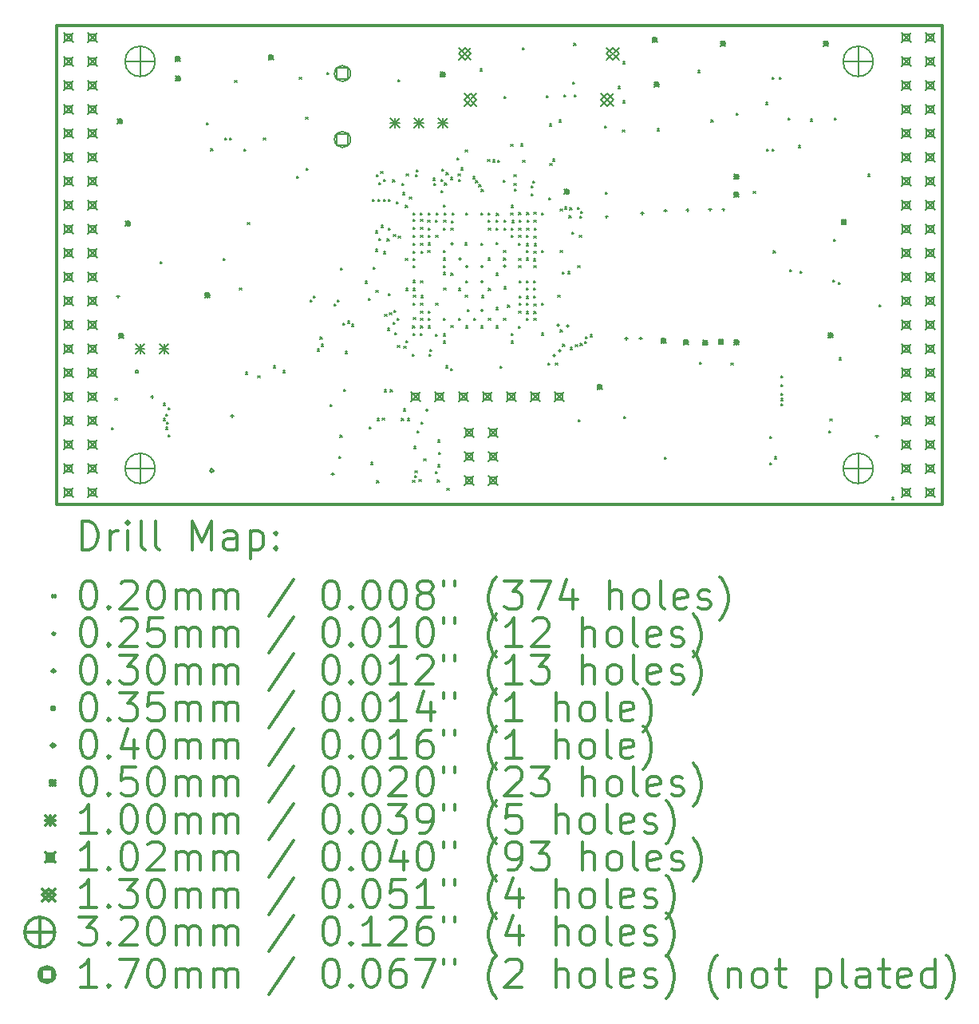
<source format=gbr>
%FSLAX45Y45*%
G04 Gerber Fmt 4.5, Leading zero omitted, Abs format (unit mm)*
G04 Created by KiCad (PCBNEW 5.0.0-rc2+dfsg1-3) date Thu Jun 21 10:43:27 2018*
%MOMM*%
%LPD*%
G01*
G04 APERTURE LIST*
%ADD10C,0.300000*%
%ADD11C,0.200000*%
G04 APERTURE END LIST*
D10*
X9410000Y-6142000D02*
X9410000Y-11222000D01*
X18808000Y-6142000D02*
X9410000Y-6142000D01*
X18808000Y-11222000D02*
X18808000Y-6142000D01*
X9410000Y-11222000D02*
X18808000Y-11222000D01*
D11*
X9998000Y-10410000D02*
X10018000Y-10430000D01*
X10018000Y-10410000D02*
X9998000Y-10430000D01*
X10035000Y-10094400D02*
X10055000Y-10114400D01*
X10055000Y-10094400D02*
X10035000Y-10114400D01*
X10514501Y-8649556D02*
X10534501Y-8669556D01*
X10534501Y-8649556D02*
X10514501Y-8669556D01*
X10545314Y-10310867D02*
X10565314Y-10330867D01*
X10565314Y-10310867D02*
X10545314Y-10330867D01*
X10547276Y-10151849D02*
X10567276Y-10171849D01*
X10567276Y-10151849D02*
X10547276Y-10171849D01*
X10574100Y-10266721D02*
X10594100Y-10286721D01*
X10594100Y-10266721D02*
X10574100Y-10286721D01*
X10574777Y-10403885D02*
X10594777Y-10423885D01*
X10594777Y-10403885D02*
X10574777Y-10423885D01*
X10579048Y-10351357D02*
X10599048Y-10371357D01*
X10599048Y-10351357D02*
X10579048Y-10371357D01*
X10597613Y-10199347D02*
X10617613Y-10219347D01*
X10617613Y-10199347D02*
X10597613Y-10219347D01*
X10598875Y-10487404D02*
X10618875Y-10507404D01*
X10618875Y-10487404D02*
X10598875Y-10507404D01*
X11001700Y-7175200D02*
X11021700Y-7195200D01*
X11021700Y-7175200D02*
X11001700Y-7195200D01*
X11049908Y-7448938D02*
X11069908Y-7468938D01*
X11069908Y-7448938D02*
X11049908Y-7468938D01*
X11179522Y-8615379D02*
X11199522Y-8635379D01*
X11199522Y-8615379D02*
X11179522Y-8635379D01*
X11197485Y-7337442D02*
X11217485Y-7357442D01*
X11217485Y-7337442D02*
X11197485Y-7357442D01*
X11251427Y-7337442D02*
X11271427Y-7357442D01*
X11271427Y-7337442D02*
X11251427Y-7357442D01*
X11305725Y-6724363D02*
X11325725Y-6744363D01*
X11325725Y-6724363D02*
X11305725Y-6744363D01*
X11356061Y-8927572D02*
X11376061Y-8947572D01*
X11376061Y-8927572D02*
X11356061Y-8947572D01*
X11400408Y-7451220D02*
X11420408Y-7471220D01*
X11420408Y-7451220D02*
X11400408Y-7471220D01*
X11418097Y-9819503D02*
X11438097Y-9839503D01*
X11438097Y-9819503D02*
X11418097Y-9839503D01*
X11441393Y-8230943D02*
X11461393Y-8250943D01*
X11461393Y-8230943D02*
X11441393Y-8250943D01*
X11549396Y-9856496D02*
X11569396Y-9876496D01*
X11569396Y-9856496D02*
X11549396Y-9876496D01*
X11609800Y-7337442D02*
X11629800Y-7357442D01*
X11629800Y-7337442D02*
X11609800Y-7357442D01*
X11712900Y-9753301D02*
X11732900Y-9773301D01*
X11732900Y-9753301D02*
X11712900Y-9773301D01*
X11814500Y-9804100D02*
X11834500Y-9824100D01*
X11834500Y-9804100D02*
X11814500Y-9824100D01*
X11959215Y-7739412D02*
X11979215Y-7759412D01*
X11979215Y-7739412D02*
X11959215Y-7759412D01*
X11990800Y-6690800D02*
X12010800Y-6710800D01*
X12010800Y-6690800D02*
X11990800Y-6710800D01*
X12056498Y-7112736D02*
X12076498Y-7132736D01*
X12076498Y-7112736D02*
X12056498Y-7132736D01*
X12063993Y-7659408D02*
X12083993Y-7679408D01*
X12083993Y-7659408D02*
X12063993Y-7679408D01*
X12106600Y-9054800D02*
X12126600Y-9074800D01*
X12126600Y-9054800D02*
X12106600Y-9074800D01*
X12139415Y-9013562D02*
X12159415Y-9033562D01*
X12159415Y-9013562D02*
X12139415Y-9033562D01*
X12182800Y-9575500D02*
X12202800Y-9595500D01*
X12202800Y-9575500D02*
X12182800Y-9595500D01*
X12210364Y-9448538D02*
X12230364Y-9468538D01*
X12230364Y-9448538D02*
X12210364Y-9468538D01*
X12220900Y-9524700D02*
X12240900Y-9544700D01*
X12240900Y-9524700D02*
X12220900Y-9544700D01*
X12282618Y-6643232D02*
X12302618Y-6663232D01*
X12302618Y-6643232D02*
X12282618Y-6663232D01*
X12317388Y-10161592D02*
X12337388Y-10181592D01*
X12337388Y-10161592D02*
X12317388Y-10181592D01*
X12360966Y-9096472D02*
X12380966Y-9116472D01*
X12380966Y-9096472D02*
X12360966Y-9116472D01*
X12391502Y-9053519D02*
X12411502Y-9073519D01*
X12411502Y-9053519D02*
X12391502Y-9073519D01*
X12410242Y-10710764D02*
X12430242Y-10730764D01*
X12430242Y-10710764D02*
X12410242Y-10730764D01*
X12422216Y-10490236D02*
X12442216Y-10510236D01*
X12442216Y-10490236D02*
X12422216Y-10510236D01*
X12426118Y-8717437D02*
X12446118Y-8737437D01*
X12446118Y-8717437D02*
X12426118Y-8737437D01*
X12426118Y-8717437D02*
X12446118Y-8737437D01*
X12446118Y-8717437D02*
X12426118Y-8737437D01*
X12453269Y-9302035D02*
X12473269Y-9322035D01*
X12473269Y-9302035D02*
X12453269Y-9322035D01*
X12460744Y-10002698D02*
X12480744Y-10022698D01*
X12480744Y-10002698D02*
X12460744Y-10022698D01*
X12474902Y-9600287D02*
X12494902Y-9620287D01*
X12494902Y-9600287D02*
X12474902Y-9620287D01*
X12501033Y-9279764D02*
X12521033Y-9299764D01*
X12521033Y-9279764D02*
X12501033Y-9299764D01*
X12542510Y-9313676D02*
X12562510Y-9333676D01*
X12562510Y-9313676D02*
X12542510Y-9333676D01*
X12687018Y-8855931D02*
X12707018Y-8875931D01*
X12707018Y-8855931D02*
X12687018Y-8875931D01*
X12720111Y-9035435D02*
X12740111Y-9055435D01*
X12740111Y-9035435D02*
X12720111Y-9055435D01*
X12731909Y-10397773D02*
X12751909Y-10417773D01*
X12751909Y-10397773D02*
X12731909Y-10417773D01*
X12748660Y-10777504D02*
X12768660Y-10797504D01*
X12768660Y-10777504D02*
X12748660Y-10797504D01*
X12764988Y-7989114D02*
X12784988Y-8009114D01*
X12784988Y-7989114D02*
X12764988Y-8009114D01*
X12771035Y-8708207D02*
X12791035Y-8728207D01*
X12791035Y-8708207D02*
X12771035Y-8728207D01*
X12796207Y-8322888D02*
X12816207Y-8342888D01*
X12816207Y-8322888D02*
X12796207Y-8342888D01*
X12799179Y-8517702D02*
X12819179Y-8537702D01*
X12819179Y-8517702D02*
X12799179Y-8537702D01*
X12803679Y-8951152D02*
X12823679Y-8971152D01*
X12823679Y-8951152D02*
X12803679Y-8971152D01*
X12805201Y-7723267D02*
X12825201Y-7743267D01*
X12825201Y-7723267D02*
X12805201Y-7743267D01*
X12811634Y-10971333D02*
X12831634Y-10991333D01*
X12831634Y-10971333D02*
X12811634Y-10991333D01*
X12814780Y-10310898D02*
X12834780Y-10330898D01*
X12834780Y-10310898D02*
X12814780Y-10330898D01*
X12822879Y-7985310D02*
X12842879Y-8005310D01*
X12842879Y-7985310D02*
X12822879Y-8005310D01*
X12834680Y-7807951D02*
X12854680Y-7827951D01*
X12854680Y-7807951D02*
X12834680Y-7827951D01*
X12835268Y-8401687D02*
X12855268Y-8421687D01*
X12855268Y-8401687D02*
X12835268Y-8421687D01*
X12854493Y-7691566D02*
X12874493Y-7711566D01*
X12874493Y-7691566D02*
X12854493Y-7711566D01*
X12859178Y-8263722D02*
X12879178Y-8283722D01*
X12879178Y-8263722D02*
X12859178Y-8283722D01*
X12870682Y-10308590D02*
X12890682Y-10328590D01*
X12890682Y-10308590D02*
X12870682Y-10328590D01*
X12880857Y-7988548D02*
X12900857Y-8008548D01*
X12900857Y-7988548D02*
X12880857Y-8008548D01*
X12881301Y-8540585D02*
X12901301Y-8560585D01*
X12901301Y-8540585D02*
X12881301Y-8560585D01*
X12886175Y-7777882D02*
X12906175Y-7797882D01*
X12906175Y-7777882D02*
X12886175Y-7797882D01*
X12890520Y-10007480D02*
X12910520Y-10027480D01*
X12910520Y-10007480D02*
X12890520Y-10027480D01*
X12895573Y-9206272D02*
X12915573Y-9226272D01*
X12915573Y-9206272D02*
X12895573Y-9226272D01*
X12920256Y-8405350D02*
X12940256Y-8425350D01*
X12940256Y-8405350D02*
X12920256Y-8425350D01*
X12926203Y-9354578D02*
X12946203Y-9374578D01*
X12946203Y-9354578D02*
X12926203Y-9374578D01*
X12933760Y-7984679D02*
X12953760Y-8004679D01*
X12953760Y-7984679D02*
X12933760Y-8004679D01*
X12934924Y-8983794D02*
X12954924Y-9003794D01*
X12954924Y-8983794D02*
X12934924Y-9003794D01*
X12935809Y-8290406D02*
X12955809Y-8310406D01*
X12955809Y-8290406D02*
X12935809Y-8310406D01*
X12946857Y-9190566D02*
X12966857Y-9210566D01*
X12966857Y-9190566D02*
X12946857Y-9210566D01*
X12956000Y-10005500D02*
X12976000Y-10025500D01*
X12976000Y-10005500D02*
X12956000Y-10025500D01*
X12982095Y-7781082D02*
X13002095Y-7801082D01*
X13002095Y-7781082D02*
X12982095Y-7801082D01*
X12987271Y-9293510D02*
X13007271Y-9313510D01*
X13007271Y-9293510D02*
X12987271Y-9313510D01*
X12989202Y-8359151D02*
X13009202Y-8379151D01*
X13009202Y-8359151D02*
X12989202Y-8379151D01*
X12991955Y-9163298D02*
X13011955Y-9183298D01*
X13011955Y-9163298D02*
X12991955Y-9183298D01*
X13002337Y-9402267D02*
X13022337Y-9422267D01*
X13022337Y-9402267D02*
X13002337Y-9422267D01*
X13017215Y-8013821D02*
X13037215Y-8033821D01*
X13037215Y-8013821D02*
X13017215Y-8033821D01*
X13028454Y-9248473D02*
X13048454Y-9268473D01*
X13048454Y-9248473D02*
X13028454Y-9268473D01*
X13032200Y-9535600D02*
X13052200Y-9555600D01*
X13052200Y-9535600D02*
X13032200Y-9555600D01*
X13033700Y-6718000D02*
X13053700Y-6738000D01*
X13053700Y-6718000D02*
X13033700Y-6738000D01*
X13038793Y-8376986D02*
X13058793Y-8396986D01*
X13058793Y-8376986D02*
X13038793Y-8396986D01*
X13073948Y-10310899D02*
X13093948Y-10330899D01*
X13093948Y-10310899D02*
X13073948Y-10330899D01*
X13077859Y-7815329D02*
X13097859Y-7835329D01*
X13097859Y-7815329D02*
X13077859Y-7835329D01*
X13085264Y-7914901D02*
X13105264Y-7934901D01*
X13105264Y-7914901D02*
X13085264Y-7934901D01*
X13093907Y-10208700D02*
X13113907Y-10228700D01*
X13113907Y-10208700D02*
X13093907Y-10228700D01*
X13098471Y-9546418D02*
X13118471Y-9566418D01*
X13118471Y-9546418D02*
X13098471Y-9566418D01*
X13116430Y-8612711D02*
X13136430Y-8632711D01*
X13136430Y-8612711D02*
X13116430Y-8632711D01*
X13116518Y-8052178D02*
X13136518Y-8072178D01*
X13136518Y-8052178D02*
X13116518Y-8072178D01*
X13117950Y-8930733D02*
X13137950Y-8950733D01*
X13137950Y-8930733D02*
X13117950Y-8950733D01*
X13121616Y-9485914D02*
X13141616Y-9505914D01*
X13141616Y-9485914D02*
X13121616Y-9505914D01*
X13125345Y-7716470D02*
X13145345Y-7736470D01*
X13145345Y-7716470D02*
X13125345Y-7736470D01*
X13135385Y-10310829D02*
X13155385Y-10330829D01*
X13155385Y-10310829D02*
X13135385Y-10330829D01*
X13157757Y-7959799D02*
X13177757Y-7979799D01*
X13177757Y-7959799D02*
X13157757Y-7979799D01*
X13188633Y-9630479D02*
X13208633Y-9650479D01*
X13208633Y-9630479D02*
X13188633Y-9650479D01*
X13192441Y-10966678D02*
X13212441Y-10986678D01*
X13212441Y-10966678D02*
X13192441Y-10986678D01*
X13193199Y-9330000D02*
X13213199Y-9350000D01*
X13213199Y-9330000D02*
X13193199Y-9350000D01*
X13197562Y-8931064D02*
X13217562Y-8951064D01*
X13217562Y-8931064D02*
X13197562Y-8951064D01*
X13197734Y-9090201D02*
X13217734Y-9110201D01*
X13217734Y-9090201D02*
X13197734Y-9110201D01*
X13197902Y-8284734D02*
X13217902Y-8304734D01*
X13217902Y-8284734D02*
X13197902Y-8304734D01*
X13197999Y-8200333D02*
X13217999Y-8220333D01*
X13217999Y-8200333D02*
X13197999Y-8220333D01*
X13198000Y-8690000D02*
X13218000Y-8710000D01*
X13218000Y-8690000D02*
X13198000Y-8710000D01*
X13198000Y-9410000D02*
X13218000Y-9430000D01*
X13218000Y-9410000D02*
X13198000Y-9430000D01*
X13198303Y-8616041D02*
X13218303Y-8636041D01*
X13218303Y-8616041D02*
X13198303Y-8636041D01*
X13198368Y-8369136D02*
X13218368Y-8389136D01*
X13218368Y-8369136D02*
X13198368Y-8389136D01*
X13198405Y-8845827D02*
X13218405Y-8865827D01*
X13218405Y-8845827D02*
X13198405Y-8865827D01*
X13198801Y-8130801D02*
X13218801Y-8150801D01*
X13218801Y-8130801D02*
X13198801Y-8150801D01*
X13198979Y-8537938D02*
X13218979Y-8557938D01*
X13218979Y-8537938D02*
X13198979Y-8557938D01*
X13199289Y-8453537D02*
X13219289Y-8473537D01*
X13219289Y-8453537D02*
X13199289Y-8473537D01*
X13200000Y-9005799D02*
X13220000Y-9025799D01*
X13220000Y-9005799D02*
X13200000Y-9025799D01*
X13201075Y-9242748D02*
X13221075Y-9262748D01*
X13221075Y-9242748D02*
X13201075Y-9262748D01*
X13206286Y-10608587D02*
X13226286Y-10628587D01*
X13226286Y-10608587D02*
X13206286Y-10628587D01*
X13211973Y-10917729D02*
X13231973Y-10937729D01*
X13231973Y-10917729D02*
X13211973Y-10937729D01*
X13218587Y-10865445D02*
X13238587Y-10885445D01*
X13238587Y-10865445D02*
X13218587Y-10885445D01*
X13220903Y-7724256D02*
X13240903Y-7744256D01*
X13240903Y-7724256D02*
X13220903Y-7744256D01*
X13232873Y-7672932D02*
X13252873Y-7692932D01*
X13252873Y-7672932D02*
X13232873Y-7692932D01*
X13236800Y-10440341D02*
X13256800Y-10460341D01*
X13256800Y-10440341D02*
X13236800Y-10460341D01*
X13260800Y-10958000D02*
X13280800Y-10978000D01*
X13280800Y-10958000D02*
X13260800Y-10978000D01*
X13272048Y-8130098D02*
X13292048Y-8150098D01*
X13292048Y-8130098D02*
X13272048Y-8150098D01*
X13274623Y-9409707D02*
X13294623Y-9429707D01*
X13294623Y-9409707D02*
X13274623Y-9429707D01*
X13277261Y-8284735D02*
X13297261Y-8304735D01*
X13297261Y-8284735D02*
X13277261Y-8304735D01*
X13278000Y-8200334D02*
X13298000Y-8220334D01*
X13298000Y-8200334D02*
X13278000Y-8220334D01*
X13278000Y-8850000D02*
X13298000Y-8870000D01*
X13298000Y-8850000D02*
X13278000Y-8870000D01*
X13278000Y-9090000D02*
X13298000Y-9110000D01*
X13298000Y-9090000D02*
X13278000Y-9110000D01*
X13278000Y-9170000D02*
X13298000Y-9190000D01*
X13298000Y-9170000D02*
X13278000Y-9190000D01*
X13278000Y-9250000D02*
X13298000Y-9270000D01*
X13298000Y-9250000D02*
X13278000Y-9270000D01*
X13278000Y-9330000D02*
X13298000Y-9350000D01*
X13298000Y-9330000D02*
X13278000Y-9350000D01*
X13278175Y-8369136D02*
X13298175Y-8389136D01*
X13298175Y-8369136D02*
X13278175Y-8389136D01*
X13278218Y-8453537D02*
X13298218Y-8473537D01*
X13298218Y-8453537D02*
X13278218Y-8473537D01*
X13279688Y-8536938D02*
X13299688Y-8556938D01*
X13299688Y-8536938D02*
X13279688Y-8556938D01*
X13280000Y-9008000D02*
X13300000Y-9028000D01*
X13300000Y-9008000D02*
X13280000Y-9028000D01*
X13282849Y-10350134D02*
X13302849Y-10370134D01*
X13302849Y-10350134D02*
X13282849Y-10370134D01*
X13311600Y-10736500D02*
X13331600Y-10756500D01*
X13331600Y-10736500D02*
X13311600Y-10756500D01*
X13352314Y-8526642D02*
X13372314Y-8546642D01*
X13372314Y-8526642D02*
X13352314Y-8546642D01*
X13354839Y-8209060D02*
X13374839Y-8229060D01*
X13374839Y-8209060D02*
X13354839Y-8229060D01*
X13356449Y-8131468D02*
X13376449Y-8151468D01*
X13376449Y-8131468D02*
X13356449Y-8151468D01*
X13357194Y-8449520D02*
X13377194Y-8469520D01*
X13377194Y-8449520D02*
X13357194Y-8469520D01*
X13358000Y-8290000D02*
X13378000Y-8310000D01*
X13378000Y-8290000D02*
X13358000Y-8310000D01*
X13358000Y-8370000D02*
X13378000Y-8390000D01*
X13378000Y-8370000D02*
X13358000Y-8390000D01*
X13358000Y-9170000D02*
X13378000Y-9190000D01*
X13378000Y-9170000D02*
X13358000Y-9190000D01*
X13358000Y-9250000D02*
X13378000Y-9270000D01*
X13378000Y-9250000D02*
X13358000Y-9270000D01*
X13358548Y-9330230D02*
X13378548Y-9350230D01*
X13378548Y-9330230D02*
X13358548Y-9350230D01*
X13366285Y-9629515D02*
X13386285Y-9649515D01*
X13386285Y-9629515D02*
X13366285Y-9649515D01*
X13375239Y-9577580D02*
X13395239Y-9597580D01*
X13395239Y-9577580D02*
X13375239Y-9597580D01*
X13407730Y-7762109D02*
X13427730Y-7782109D01*
X13427730Y-7762109D02*
X13407730Y-7782109D01*
X13415018Y-7815381D02*
X13435018Y-7835381D01*
X13435018Y-7815381D02*
X13415018Y-7835381D01*
X13433398Y-8208015D02*
X13453398Y-8228015D01*
X13453398Y-8208015D02*
X13433398Y-8228015D01*
X13435582Y-9416717D02*
X13455582Y-9436717D01*
X13455582Y-9416717D02*
X13435582Y-9436717D01*
X13436400Y-10874197D02*
X13456400Y-10894197D01*
X13456400Y-10874197D02*
X13436400Y-10894197D01*
X13438000Y-8370000D02*
X13458000Y-8390000D01*
X13458000Y-8370000D02*
X13438000Y-8390000D01*
X13438000Y-9090000D02*
X13458000Y-9110000D01*
X13458000Y-9090000D02*
X13438000Y-9110000D01*
X13440850Y-8130675D02*
X13460850Y-8150675D01*
X13460850Y-8130675D02*
X13440850Y-8150675D01*
X13453687Y-10961995D02*
X13473687Y-10981995D01*
X13473687Y-10961995D02*
X13453687Y-10981995D01*
X13457587Y-10803159D02*
X13477587Y-10823159D01*
X13477587Y-10803159D02*
X13457587Y-10823159D01*
X13460735Y-10540845D02*
X13480735Y-10560845D01*
X13480735Y-10540845D02*
X13460735Y-10560845D01*
X13465065Y-10671051D02*
X13485065Y-10691051D01*
X13485065Y-10671051D02*
X13465065Y-10691051D01*
X13492132Y-7892495D02*
X13512132Y-7912495D01*
X13512132Y-7892495D02*
X13492132Y-7912495D01*
X13493478Y-7773120D02*
X13513478Y-7793120D01*
X13513478Y-7773120D02*
X13493478Y-7793120D01*
X13502968Y-7663013D02*
X13522968Y-7683013D01*
X13522968Y-7663013D02*
X13502968Y-7683013D01*
X13516300Y-8762700D02*
X13536300Y-8782700D01*
X13536300Y-8762700D02*
X13516300Y-8782700D01*
X13518000Y-8292201D02*
X13538000Y-8312201D01*
X13538000Y-8292201D02*
X13518000Y-8312201D01*
X13518000Y-8530000D02*
X13538000Y-8550000D01*
X13538000Y-8530000D02*
X13518000Y-8550000D01*
X13518000Y-8610000D02*
X13538000Y-8630000D01*
X13538000Y-8610000D02*
X13518000Y-8630000D01*
X13518000Y-8690000D02*
X13538000Y-8710000D01*
X13538000Y-8690000D02*
X13518000Y-8710000D01*
X13518000Y-9250000D02*
X13538000Y-9270000D01*
X13538000Y-9250000D02*
X13518000Y-9270000D01*
X13518128Y-8048312D02*
X13538128Y-8068312D01*
X13538128Y-8048312D02*
X13518128Y-8068312D01*
X13518463Y-9488530D02*
X13538463Y-9508530D01*
X13538463Y-9488530D02*
X13518463Y-9508530D01*
X13518862Y-9412562D02*
X13538862Y-9432562D01*
X13538862Y-9412562D02*
X13518862Y-9432562D01*
X13521538Y-8209385D02*
X13541538Y-8229385D01*
X13541538Y-8209385D02*
X13521538Y-8229385D01*
X13524276Y-8928163D02*
X13544276Y-8948163D01*
X13544276Y-8928163D02*
X13524276Y-8948163D01*
X13525957Y-8129544D02*
X13545957Y-8149544D01*
X13545957Y-8129544D02*
X13525957Y-8149544D01*
X13531439Y-7812965D02*
X13551439Y-7832965D01*
X13551439Y-7812965D02*
X13531439Y-7832965D01*
X13541700Y-9753300D02*
X13561700Y-9773300D01*
X13561700Y-9753300D02*
X13541700Y-9773300D01*
X13548770Y-7704070D02*
X13568770Y-7724070D01*
X13568770Y-7704070D02*
X13548770Y-7724070D01*
X13555656Y-11051071D02*
X13575656Y-11071071D01*
X13575656Y-11051071D02*
X13555656Y-11071071D01*
X13594882Y-7754550D02*
X13614882Y-7774550D01*
X13614882Y-7754550D02*
X13594882Y-7774550D01*
X13595027Y-9781423D02*
X13615027Y-9801423D01*
X13615027Y-9781423D02*
X13595027Y-9801423D01*
X13598000Y-8290000D02*
X13618000Y-8310000D01*
X13618000Y-8290000D02*
X13598000Y-8310000D01*
X13598000Y-8770000D02*
X13618000Y-8790000D01*
X13618000Y-8770000D02*
X13598000Y-8790000D01*
X13599596Y-9326965D02*
X13619596Y-9346965D01*
X13619596Y-9326965D02*
X13599596Y-9346965D01*
X13602455Y-8216004D02*
X13622455Y-8236004D01*
X13622455Y-8216004D02*
X13602455Y-8236004D01*
X13613334Y-8133723D02*
X13633334Y-8153723D01*
X13633334Y-8133723D02*
X13613334Y-8153723D01*
X13664259Y-7547941D02*
X13684259Y-7567941D01*
X13684259Y-7547941D02*
X13664259Y-7567941D01*
X13676320Y-7718760D02*
X13696320Y-7738760D01*
X13696320Y-7718760D02*
X13676320Y-7738760D01*
X13678000Y-8930000D02*
X13698000Y-8950000D01*
X13698000Y-8930000D02*
X13678000Y-8950000D01*
X13678000Y-9250000D02*
X13698000Y-9270000D01*
X13698000Y-9250000D02*
X13678000Y-9270000D01*
X13679461Y-7776107D02*
X13699461Y-7796107D01*
X13699461Y-7776107D02*
X13679461Y-7796107D01*
X13707437Y-7652487D02*
X13727437Y-7672487D01*
X13727437Y-7652487D02*
X13707437Y-7672487D01*
X13745078Y-8447729D02*
X13765078Y-8467729D01*
X13765078Y-8447729D02*
X13745078Y-8467729D01*
X13752489Y-9002290D02*
X13772489Y-9022290D01*
X13772489Y-9002290D02*
X13752489Y-9022290D01*
X13752520Y-7459680D02*
X13772520Y-7479680D01*
X13772520Y-7459680D02*
X13752520Y-7479680D01*
X13758000Y-8130000D02*
X13778000Y-8150000D01*
X13778000Y-8130000D02*
X13758000Y-8150000D01*
X13758000Y-8850000D02*
X13778000Y-8870000D01*
X13778000Y-8850000D02*
X13758000Y-8870000D01*
X13758000Y-9330000D02*
X13778000Y-9350000D01*
X13778000Y-9330000D02*
X13758000Y-9350000D01*
X13770300Y-9156400D02*
X13790300Y-9176400D01*
X13790300Y-9156400D02*
X13770300Y-9176400D01*
X13830592Y-7745154D02*
X13850592Y-7765154D01*
X13850592Y-7745154D02*
X13830592Y-7765154D01*
X13838000Y-9250000D02*
X13858000Y-9270000D01*
X13858000Y-9250000D02*
X13838000Y-9270000D01*
X13862293Y-7788159D02*
X13882293Y-7808159D01*
X13882293Y-7788159D02*
X13862293Y-7808159D01*
X13893994Y-7831909D02*
X13913994Y-7851909D01*
X13913994Y-7831909D02*
X13893994Y-7851909D01*
X13910000Y-6603700D02*
X13930000Y-6623700D01*
X13930000Y-6603700D02*
X13910000Y-6623700D01*
X13917252Y-8451135D02*
X13937252Y-8471135D01*
X13937252Y-8451135D02*
X13917252Y-8471135D01*
X13918000Y-8130000D02*
X13938000Y-8150000D01*
X13938000Y-8130000D02*
X13918000Y-8150000D01*
X13918000Y-9330000D02*
X13938000Y-9350000D01*
X13938000Y-9330000D02*
X13918000Y-9350000D01*
X13921466Y-7881869D02*
X13941466Y-7901869D01*
X13941466Y-7881869D02*
X13921466Y-7901869D01*
X13922232Y-9006404D02*
X13942232Y-9026404D01*
X13942232Y-9006404D02*
X13922232Y-9026404D01*
X13989274Y-7564800D02*
X14009274Y-7584800D01*
X14009274Y-7564800D02*
X13989274Y-7584800D01*
X13991460Y-8609297D02*
X14011460Y-8629297D01*
X14011460Y-8609297D02*
X13991460Y-8629297D01*
X13992898Y-8130000D02*
X14012898Y-8150000D01*
X14012898Y-8130000D02*
X13992898Y-8150000D01*
X13992898Y-8210000D02*
X14012898Y-8230000D01*
X14012898Y-8210000D02*
X13992898Y-8230000D01*
X13996000Y-8292000D02*
X14016000Y-8312000D01*
X14016000Y-8292000D02*
X13996000Y-8312000D01*
X13998000Y-8930000D02*
X14018000Y-8950000D01*
X14018000Y-8930000D02*
X13998000Y-8950000D01*
X13998000Y-9250000D02*
X14018000Y-9270000D01*
X14018000Y-9250000D02*
X13998000Y-9270000D01*
X14041773Y-7569399D02*
X14061773Y-7589399D01*
X14061773Y-7569399D02*
X14041773Y-7589399D01*
X14076133Y-8294127D02*
X14096133Y-8314127D01*
X14096133Y-8294127D02*
X14076133Y-8314127D01*
X14077299Y-8207716D02*
X14097299Y-8227716D01*
X14097299Y-8207716D02*
X14077299Y-8227716D01*
X14077419Y-9133335D02*
X14097419Y-9153335D01*
X14097419Y-9133335D02*
X14077419Y-9153335D01*
X14077693Y-8445254D02*
X14097693Y-8465254D01*
X14097693Y-8445254D02*
X14077693Y-8465254D01*
X14078000Y-9330000D02*
X14098000Y-9350000D01*
X14098000Y-9330000D02*
X14078000Y-9350000D01*
X14079623Y-8771623D02*
X14099623Y-8791623D01*
X14099623Y-8771623D02*
X14079623Y-8791623D01*
X14082264Y-8134744D02*
X14102264Y-8154744D01*
X14102264Y-8134744D02*
X14082264Y-8154744D01*
X14094211Y-7574661D02*
X14114211Y-7594661D01*
X14114211Y-7574661D02*
X14094211Y-7594661D01*
X14118066Y-9754201D02*
X14138066Y-9774201D01*
X14138066Y-9754201D02*
X14118066Y-9774201D01*
X14152481Y-7781450D02*
X14172481Y-7801450D01*
X14172481Y-7781450D02*
X14152481Y-7801450D01*
X14158000Y-8530000D02*
X14178000Y-8550000D01*
X14178000Y-8530000D02*
X14158000Y-8550000D01*
X14158000Y-8610000D02*
X14178000Y-8630000D01*
X14178000Y-8610000D02*
X14158000Y-8630000D01*
X14158000Y-9250000D02*
X14178000Y-9270000D01*
X14178000Y-9250000D02*
X14158000Y-9270000D01*
X14162701Y-8209494D02*
X14182701Y-8229494D01*
X14182701Y-8209494D02*
X14162701Y-8229494D01*
X14162701Y-8289887D02*
X14182701Y-8309887D01*
X14182701Y-8289887D02*
X14162701Y-8309887D01*
X14164000Y-8915099D02*
X14184000Y-8935099D01*
X14184000Y-8915099D02*
X14164000Y-8935099D01*
X14164285Y-6893836D02*
X14184285Y-6913836D01*
X14184285Y-6893836D02*
X14164285Y-6913836D01*
X14200722Y-9110102D02*
X14220722Y-9130102D01*
X14220722Y-9110102D02*
X14200722Y-9130102D01*
X14233699Y-7403800D02*
X14253699Y-7423800D01*
X14253699Y-7403800D02*
X14233699Y-7423800D01*
X14235032Y-8132000D02*
X14255032Y-8152000D01*
X14255032Y-8132000D02*
X14235032Y-8152000D01*
X14236000Y-8052000D02*
X14256000Y-8072000D01*
X14256000Y-8052000D02*
X14236000Y-8072000D01*
X14236000Y-8292000D02*
X14256000Y-8312000D01*
X14256000Y-8292000D02*
X14236000Y-8312000D01*
X14238000Y-8370000D02*
X14258000Y-8390000D01*
X14258000Y-8370000D02*
X14238000Y-8390000D01*
X14238000Y-9410000D02*
X14258000Y-9430000D01*
X14258000Y-9410000D02*
X14238000Y-9430000D01*
X14238000Y-9490000D02*
X14258000Y-9510000D01*
X14258000Y-9490000D02*
X14238000Y-9510000D01*
X14247102Y-8210435D02*
X14267102Y-8230435D01*
X14267102Y-8210435D02*
X14247102Y-8230435D01*
X14268441Y-7818307D02*
X14288441Y-7838307D01*
X14288441Y-7818307D02*
X14268441Y-7838307D01*
X14268583Y-7724192D02*
X14288583Y-7744192D01*
X14288583Y-7724192D02*
X14268583Y-7744192D01*
X14271130Y-7874603D02*
X14291130Y-7894603D01*
X14291130Y-7874603D02*
X14271130Y-7894603D01*
X14316000Y-8452000D02*
X14336000Y-8472000D01*
X14336000Y-8452000D02*
X14316000Y-8472000D01*
X14316969Y-9331491D02*
X14336969Y-9351491D01*
X14336969Y-9331491D02*
X14316969Y-9351491D01*
X14318000Y-8370000D02*
X14338000Y-8390000D01*
X14338000Y-8370000D02*
X14318000Y-8390000D01*
X14318000Y-8690000D02*
X14338000Y-8710000D01*
X14338000Y-8690000D02*
X14318000Y-8710000D01*
X14318000Y-9170000D02*
X14338000Y-9190000D01*
X14338000Y-9170000D02*
X14318000Y-9190000D01*
X14318740Y-8294201D02*
X14338740Y-8314201D01*
X14338740Y-8294201D02*
X14318740Y-8314201D01*
X14319433Y-8127729D02*
X14339433Y-8147729D01*
X14339433Y-8127729D02*
X14319433Y-8147729D01*
X14320000Y-8612000D02*
X14340000Y-8632000D01*
X14340000Y-8612000D02*
X14320000Y-8632000D01*
X14322201Y-8849503D02*
X14342201Y-8869503D01*
X14342201Y-8849503D02*
X14322201Y-8869503D01*
X14322201Y-9010195D02*
X14342201Y-9030195D01*
X14342201Y-9010195D02*
X14322201Y-9030195D01*
X14322201Y-9090066D02*
X14342201Y-9110066D01*
X14342201Y-9090066D02*
X14322201Y-9110066D01*
X14323265Y-8209799D02*
X14343265Y-8229799D01*
X14343265Y-8209799D02*
X14323265Y-8229799D01*
X14341800Y-7397450D02*
X14361800Y-7417450D01*
X14361800Y-7397450D02*
X14341800Y-7417450D01*
X14355067Y-6376252D02*
X14375067Y-6396252D01*
X14375067Y-6376252D02*
X14355067Y-6396252D01*
X14360888Y-7571730D02*
X14380888Y-7591730D01*
X14380888Y-7571730D02*
X14360888Y-7591730D01*
X14396483Y-9177765D02*
X14416483Y-9197765D01*
X14416483Y-9177765D02*
X14396483Y-9197765D01*
X14397624Y-8929530D02*
X14417624Y-8949530D01*
X14417624Y-8929530D02*
X14397624Y-8949530D01*
X14397701Y-9016697D02*
X14417701Y-9036697D01*
X14417701Y-9016697D02*
X14397701Y-9036697D01*
X14398000Y-8610000D02*
X14418000Y-8630000D01*
X14418000Y-8610000D02*
X14398000Y-8630000D01*
X14398000Y-9085650D02*
X14418000Y-9105650D01*
X14418000Y-9085650D02*
X14398000Y-9105650D01*
X14398283Y-8848451D02*
X14418283Y-8868451D01*
X14418283Y-8848451D02*
X14398283Y-8868451D01*
X14400201Y-8529722D02*
X14420201Y-8549722D01*
X14420201Y-8529722D02*
X14400201Y-8549722D01*
X14400319Y-8367799D02*
X14420319Y-8387799D01*
X14420319Y-8367799D02*
X14400319Y-8387799D01*
X14400350Y-8456040D02*
X14420350Y-8476040D01*
X14420350Y-8456040D02*
X14400350Y-8476040D01*
X14401325Y-9248876D02*
X14421325Y-9268876D01*
X14421325Y-9248876D02*
X14401325Y-9268876D01*
X14403141Y-8290000D02*
X14423141Y-8310000D01*
X14423141Y-8290000D02*
X14403141Y-8310000D01*
X14403835Y-8128377D02*
X14423835Y-8148377D01*
X14423835Y-8128377D02*
X14403835Y-8148377D01*
X14407666Y-8210000D02*
X14427666Y-8230000D01*
X14427666Y-8210000D02*
X14407666Y-8230000D01*
X14450634Y-7841735D02*
X14470634Y-7861735D01*
X14470634Y-7841735D02*
X14450634Y-7861735D01*
X14450634Y-7926136D02*
X14470634Y-7946136D01*
X14470634Y-7926136D02*
X14450634Y-7946136D01*
X14469153Y-7792394D02*
X14489153Y-7812394D01*
X14489153Y-7792394D02*
X14469153Y-7812394D01*
X14475676Y-8924990D02*
X14495676Y-8944990D01*
X14495676Y-8924990D02*
X14475676Y-8944990D01*
X14476724Y-9009392D02*
X14496724Y-9029392D01*
X14496724Y-9009392D02*
X14476724Y-9029392D01*
X14477515Y-8619275D02*
X14497515Y-8639275D01*
X14497515Y-8619275D02*
X14477515Y-8639275D01*
X14477765Y-8852201D02*
X14497765Y-8872201D01*
X14497765Y-8852201D02*
X14477765Y-8872201D01*
X14478235Y-9247799D02*
X14498235Y-9267799D01*
X14498235Y-9247799D02*
X14478235Y-9267799D01*
X14478778Y-8123192D02*
X14498778Y-8143192D01*
X14498778Y-8123192D02*
X14478778Y-8143192D01*
X14478812Y-8207593D02*
X14498812Y-8227593D01*
X14498812Y-8207593D02*
X14478812Y-8227593D01*
X14478935Y-8534874D02*
X14498935Y-8554874D01*
X14498935Y-8534874D02*
X14478935Y-8554874D01*
X14479160Y-9178194D02*
X14499160Y-9198194D01*
X14499160Y-9178194D02*
X14479160Y-9198194D01*
X14479432Y-8687756D02*
X14499432Y-8707756D01*
X14499432Y-8687756D02*
X14479432Y-8707756D01*
X14479670Y-8376395D02*
X14499670Y-8396395D01*
X14499670Y-8376395D02*
X14479670Y-8396395D01*
X14480294Y-9093793D02*
X14500294Y-9113793D01*
X14500294Y-9093793D02*
X14480294Y-9113793D01*
X14481241Y-8455796D02*
X14501241Y-8475796D01*
X14501241Y-8455796D02*
X14481241Y-8475796D01*
X14481689Y-8291994D02*
X14501689Y-8311994D01*
X14501689Y-8291994D02*
X14481689Y-8311994D01*
X14557281Y-8529606D02*
X14577281Y-8549606D01*
X14577281Y-8529606D02*
X14557281Y-8549606D01*
X14558000Y-8130512D02*
X14578000Y-8150512D01*
X14578000Y-8130512D02*
X14558000Y-8150512D01*
X14558739Y-9089665D02*
X14578739Y-9109665D01*
X14578739Y-9089665D02*
X14558739Y-9109665D01*
X14559124Y-9406675D02*
X14579124Y-9426675D01*
X14579124Y-9406675D02*
X14559124Y-9426675D01*
X14613342Y-6884608D02*
X14633342Y-6904608D01*
X14633342Y-6884608D02*
X14613342Y-6904608D01*
X14629479Y-9723392D02*
X14649479Y-9743392D01*
X14649479Y-9723392D02*
X14629479Y-9743392D01*
X14638141Y-7971938D02*
X14658141Y-7991938D01*
X14658141Y-7971938D02*
X14638141Y-7991938D01*
X14646600Y-7187900D02*
X14666600Y-7207900D01*
X14666600Y-7187900D02*
X14646600Y-7207900D01*
X14648744Y-7607406D02*
X14668744Y-7627406D01*
X14668744Y-7607406D02*
X14648744Y-7627406D01*
X14680980Y-7560789D02*
X14700980Y-7580789D01*
X14700980Y-7560789D02*
X14680980Y-7580789D01*
X14707598Y-9723392D02*
X14727598Y-9743392D01*
X14727598Y-9723392D02*
X14707598Y-9743392D01*
X14733095Y-9001248D02*
X14753095Y-9021248D01*
X14753095Y-9001248D02*
X14733095Y-9021248D01*
X14748200Y-7143450D02*
X14768200Y-7163450D01*
X14768200Y-7143450D02*
X14748200Y-7163450D01*
X14758739Y-8527409D02*
X14778739Y-8547409D01*
X14778739Y-8527409D02*
X14758739Y-8547409D01*
X14758831Y-8088311D02*
X14778831Y-8108311D01*
X14778831Y-8088311D02*
X14758831Y-8108311D01*
X14760000Y-9372000D02*
X14780000Y-9392000D01*
X14780000Y-9372000D02*
X14760000Y-9392000D01*
X14781079Y-8758342D02*
X14801079Y-8778342D01*
X14801079Y-8758342D02*
X14781079Y-8778342D01*
X14782886Y-9523902D02*
X14802886Y-9543902D01*
X14802886Y-9523902D02*
X14782886Y-9543902D01*
X14799000Y-6876750D02*
X14819000Y-6896750D01*
X14819000Y-6876750D02*
X14799000Y-6896750D01*
X14807525Y-8068155D02*
X14827525Y-8088155D01*
X14827525Y-8068155D02*
X14807525Y-8088155D01*
X14838354Y-8752346D02*
X14858354Y-8772346D01*
X14858354Y-8752346D02*
X14838354Y-8772346D01*
X14851066Y-8160586D02*
X14871066Y-8180586D01*
X14871066Y-8160586D02*
X14851066Y-8180586D01*
X14859611Y-8076185D02*
X14879611Y-8096185D01*
X14879611Y-8076185D02*
X14859611Y-8096185D01*
X14864798Y-9556963D02*
X14884798Y-9576963D01*
X14884798Y-9556963D02*
X14864798Y-9576963D01*
X14882151Y-8334201D02*
X14902151Y-8354201D01*
X14902151Y-8334201D02*
X14882151Y-8354201D01*
X14887900Y-6742997D02*
X14907900Y-6762997D01*
X14907900Y-6742997D02*
X14887900Y-6762997D01*
X14903412Y-6332405D02*
X14923412Y-6352405D01*
X14923412Y-6332405D02*
X14903412Y-6352405D01*
X14906950Y-6876750D02*
X14926950Y-6896750D01*
X14926950Y-6876750D02*
X14906950Y-6896750D01*
X14918439Y-9527799D02*
X14938439Y-9547799D01*
X14938439Y-9527799D02*
X14918439Y-9547799D01*
X14942722Y-8073801D02*
X14962722Y-8093801D01*
X14962722Y-8073801D02*
X14942722Y-8093801D01*
X14945314Y-8688944D02*
X14965314Y-8708944D01*
X14965314Y-8688944D02*
X14945314Y-8708944D01*
X14947728Y-10322085D02*
X14967728Y-10342085D01*
X14967728Y-10322085D02*
X14947728Y-10342085D01*
X14963249Y-8370769D02*
X14983249Y-8390769D01*
X14983249Y-8370769D02*
X14963249Y-8390769D01*
X14968729Y-8167499D02*
X14988729Y-8187499D01*
X14988729Y-8167499D02*
X14968729Y-8187499D01*
X14969589Y-9515108D02*
X14989589Y-9535108D01*
X14989589Y-9515108D02*
X14969589Y-9535108D01*
X14975319Y-8115211D02*
X14995319Y-8135211D01*
X14995319Y-8115211D02*
X14975319Y-8135211D01*
X15017890Y-9494025D02*
X15037890Y-9514025D01*
X15037890Y-9494025D02*
X15017890Y-9514025D01*
X15024597Y-9441753D02*
X15044597Y-9461753D01*
X15044597Y-9441753D02*
X15024597Y-9461753D01*
X15078921Y-9423257D02*
X15098921Y-9443257D01*
X15098921Y-9423257D02*
X15078921Y-9443257D01*
X15230800Y-7206950D02*
X15250800Y-7226950D01*
X15250800Y-7206950D02*
X15230800Y-7226950D01*
X15239707Y-7909347D02*
X15259707Y-7929347D01*
X15259707Y-7909347D02*
X15239707Y-7929347D01*
X15370500Y-6789627D02*
X15390500Y-6809627D01*
X15390500Y-6789627D02*
X15370500Y-6809627D01*
X15419800Y-7249600D02*
X15439800Y-7269600D01*
X15439800Y-7249600D02*
X15419800Y-7269600D01*
X15421300Y-6527500D02*
X15441300Y-6547500D01*
X15441300Y-6527500D02*
X15421300Y-6547500D01*
X15421300Y-6940250D02*
X15441300Y-6960250D01*
X15441300Y-6940250D02*
X15421300Y-6960250D01*
X15432558Y-10288777D02*
X15452558Y-10308777D01*
X15452558Y-10288777D02*
X15432558Y-10308777D01*
X15789600Y-7238700D02*
X15809600Y-7258700D01*
X15809600Y-7238700D02*
X15789600Y-7258700D01*
X15861665Y-10722518D02*
X15881665Y-10742518D01*
X15881665Y-10722518D02*
X15861665Y-10742518D01*
X16217147Y-6618496D02*
X16237147Y-6638496D01*
X16237147Y-6618496D02*
X16217147Y-6638496D01*
X16234100Y-9717000D02*
X16254100Y-9737000D01*
X16254100Y-9717000D02*
X16234100Y-9737000D01*
X16360322Y-7144216D02*
X16380322Y-7164216D01*
X16380322Y-7144216D02*
X16360322Y-7164216D01*
X16570337Y-9724488D02*
X16590337Y-9744488D01*
X16590337Y-9724488D02*
X16570337Y-9744488D01*
X16625348Y-7073546D02*
X16645348Y-7093546D01*
X16645348Y-7073546D02*
X16625348Y-7093546D01*
X16806644Y-7900804D02*
X16826644Y-7920804D01*
X16826644Y-7900804D02*
X16806644Y-7920804D01*
X16941704Y-6958649D02*
X16961704Y-6978649D01*
X16961704Y-6958649D02*
X16941704Y-6978649D01*
X16945300Y-7454600D02*
X16965300Y-7474600D01*
X16965300Y-7454600D02*
X16945300Y-7474600D01*
X16983400Y-10502600D02*
X17003400Y-10522600D01*
X17003400Y-10502600D02*
X16983400Y-10522600D01*
X16983400Y-10782000D02*
X17003400Y-10802000D01*
X17003400Y-10782000D02*
X16983400Y-10802000D01*
X17008800Y-6692600D02*
X17028800Y-6712600D01*
X17028800Y-6692600D02*
X17008800Y-6712600D01*
X17008800Y-7454600D02*
X17028800Y-7474600D01*
X17028800Y-7454600D02*
X17008800Y-7474600D01*
X17020954Y-8534153D02*
X17040954Y-8554153D01*
X17040954Y-8534153D02*
X17020954Y-8554153D01*
X17031101Y-10718620D02*
X17051101Y-10738620D01*
X17051101Y-10718620D02*
X17031101Y-10738620D01*
X17085000Y-6692600D02*
X17105000Y-6712600D01*
X17105000Y-6692600D02*
X17085000Y-6712600D01*
X17098912Y-9856600D02*
X17118912Y-9876600D01*
X17118912Y-9856600D02*
X17098912Y-9876600D01*
X17098912Y-9951966D02*
X17118912Y-9971966D01*
X17118912Y-9951966D02*
X17098912Y-9971966D01*
X17098912Y-10045982D02*
X17118912Y-10065982D01*
X17118912Y-10045982D02*
X17098912Y-10065982D01*
X17098912Y-10098683D02*
X17118912Y-10118683D01*
X17118912Y-10098683D02*
X17098912Y-10118683D01*
X17098912Y-10155324D02*
X17118912Y-10175324D01*
X17118912Y-10155324D02*
X17098912Y-10175324D01*
X17173900Y-7124400D02*
X17193900Y-7144400D01*
X17193900Y-7124400D02*
X17173900Y-7144400D01*
X17194707Y-8733845D02*
X17214707Y-8753845D01*
X17214707Y-8733845D02*
X17194707Y-8753845D01*
X17288200Y-7416500D02*
X17308200Y-7436500D01*
X17308200Y-7416500D02*
X17288200Y-7436500D01*
X17303795Y-8749428D02*
X17323795Y-8769428D01*
X17323795Y-8749428D02*
X17303795Y-8769428D01*
X17415200Y-7137100D02*
X17435200Y-7157100D01*
X17435200Y-7137100D02*
X17415200Y-7157100D01*
X17608573Y-10442076D02*
X17628573Y-10462076D01*
X17628573Y-10442076D02*
X17608573Y-10462076D01*
X17620559Y-10317981D02*
X17640559Y-10337981D01*
X17640559Y-10317981D02*
X17620559Y-10337981D01*
X17650543Y-8840716D02*
X17670543Y-8860716D01*
X17670543Y-8840716D02*
X17650543Y-8860716D01*
X17660000Y-8412000D02*
X17680000Y-8432000D01*
X17680000Y-8412000D02*
X17660000Y-8432000D01*
X17669708Y-7124179D02*
X17689708Y-7144179D01*
X17689708Y-7124179D02*
X17669708Y-7144179D01*
X17711107Y-8866403D02*
X17731107Y-8886403D01*
X17731107Y-8866403D02*
X17711107Y-8886403D01*
X17718798Y-9667866D02*
X17738798Y-9687866D01*
X17738798Y-9667866D02*
X17718798Y-9687866D01*
X18024078Y-7721693D02*
X18044078Y-7741693D01*
X18044078Y-7721693D02*
X18024078Y-7741693D01*
X18139100Y-9105600D02*
X18159100Y-9125600D01*
X18159100Y-9105600D02*
X18139100Y-9125600D01*
X18278800Y-11150300D02*
X18298800Y-11170300D01*
X18298800Y-11150300D02*
X18278800Y-11170300D01*
X13357629Y-10223262D02*
G75*
G03X13357629Y-10223262I-12700J0D01*
G01*
X13620700Y-8460000D02*
G75*
G03X13620700Y-8460000I-12700J0D01*
G01*
X13706511Y-8619631D02*
G75*
G03X13706511Y-8619631I-12700J0D01*
G01*
X13780700Y-8700000D02*
G75*
G03X13780700Y-8700000I-12700J0D01*
G01*
X13939164Y-9161521D02*
G75*
G03X13939164Y-9161521I-12700J0D01*
G01*
X13940700Y-8700000D02*
G75*
G03X13940700Y-8700000I-12700J0D01*
G01*
X13940700Y-8860000D02*
G75*
G03X13940700Y-8860000I-12700J0D01*
G01*
X14180298Y-8698652D02*
G75*
G03X14180298Y-8698652I-12700J0D01*
G01*
X14706928Y-9645206D02*
G75*
G03X14706928Y-9645206I-12700J0D01*
G01*
X14747089Y-9321713D02*
G75*
G03X14747089Y-9321713I-12700J0D01*
G01*
X14766147Y-9591326D02*
G75*
G03X14766147Y-9591326I-12700J0D01*
G01*
X14847601Y-9332231D02*
G75*
G03X14847601Y-9332231I-12700J0D01*
G01*
X10065212Y-9001224D02*
X10065212Y-9031224D01*
X10050212Y-9016224D02*
X10080212Y-9016224D01*
X10426000Y-10064000D02*
X10426000Y-10094000D01*
X10411000Y-10079000D02*
X10441000Y-10079000D01*
X11278400Y-10269000D02*
X11278400Y-10299000D01*
X11263400Y-10284000D02*
X11293400Y-10284000D01*
X12343700Y-10882200D02*
X12343700Y-10912200D01*
X12328700Y-10897200D02*
X12358700Y-10897200D01*
X15251012Y-8154523D02*
X15251012Y-8184523D01*
X15236012Y-8169523D02*
X15266012Y-8169523D01*
X15459390Y-9445795D02*
X15459390Y-9475795D01*
X15444390Y-9460795D02*
X15474390Y-9460795D01*
X15609100Y-9443500D02*
X15609100Y-9473500D01*
X15594100Y-9458500D02*
X15624100Y-9458500D01*
X15626277Y-8119937D02*
X15626277Y-8149937D01*
X15611277Y-8134937D02*
X15641277Y-8134937D01*
X15873113Y-8089893D02*
X15873113Y-8119893D01*
X15858113Y-8104893D02*
X15888113Y-8104893D01*
X16107576Y-8084202D02*
X16107576Y-8114202D01*
X16092576Y-8099202D02*
X16122576Y-8099202D01*
X16346298Y-8079243D02*
X16346298Y-8109243D01*
X16331298Y-8094243D02*
X16361298Y-8094243D01*
X16488287Y-8078899D02*
X16488287Y-8108899D01*
X16473287Y-8093899D02*
X16503287Y-8093899D01*
X18115592Y-10483071D02*
X18115592Y-10513071D01*
X18100592Y-10498071D02*
X18130592Y-10498071D01*
X10274775Y-9826475D02*
X10274775Y-9801726D01*
X10250026Y-9801726D01*
X10250026Y-9826475D01*
X10274775Y-9826475D01*
X11059391Y-10883646D02*
X11079391Y-10863646D01*
X11059391Y-10843646D01*
X11039391Y-10863646D01*
X11059391Y-10883646D01*
X10060589Y-7132486D02*
X10110589Y-7182486D01*
X10110589Y-7132486D02*
X10060589Y-7182486D01*
X10110589Y-7157486D02*
G75*
G03X10110589Y-7157486I-25000J0D01*
G01*
X10072300Y-9408100D02*
X10122300Y-9458100D01*
X10122300Y-9408100D02*
X10072300Y-9458100D01*
X10122300Y-9433100D02*
G75*
G03X10122300Y-9433100I-25000J0D01*
G01*
X10145789Y-8217318D02*
X10195789Y-8267318D01*
X10195789Y-8217318D02*
X10145789Y-8267318D01*
X10195789Y-8242318D02*
G75*
G03X10195789Y-8242318I-25000J0D01*
G01*
X10672481Y-6470397D02*
X10722481Y-6520397D01*
X10722481Y-6470397D02*
X10672481Y-6520397D01*
X10722481Y-6495397D02*
G75*
G03X10722481Y-6495397I-25000J0D01*
G01*
X10677149Y-6679363D02*
X10727149Y-6729363D01*
X10727149Y-6679363D02*
X10677149Y-6729363D01*
X10727149Y-6704363D02*
G75*
G03X10727149Y-6704363I-25000J0D01*
G01*
X10987889Y-8977815D02*
X11037889Y-9027815D01*
X11037889Y-8977815D02*
X10987889Y-9027815D01*
X11037889Y-9002815D02*
G75*
G03X11037889Y-9002815I-25000J0D01*
G01*
X11663050Y-6455294D02*
X11713050Y-6505294D01*
X11713050Y-6455294D02*
X11663050Y-6505294D01*
X11713050Y-6480294D02*
G75*
G03X11713050Y-6480294I-25000J0D01*
G01*
X13485559Y-6636662D02*
X13535559Y-6686662D01*
X13535559Y-6636662D02*
X13485559Y-6686662D01*
X13535559Y-6661662D02*
G75*
G03X13535559Y-6661662I-25000J0D01*
G01*
X14801839Y-7880002D02*
X14851839Y-7930002D01*
X14851839Y-7880002D02*
X14801839Y-7930002D01*
X14851839Y-7905002D02*
G75*
G03X14851839Y-7905002I-25000J0D01*
G01*
X15150800Y-9952400D02*
X15200800Y-10002400D01*
X15200800Y-9952400D02*
X15150800Y-10002400D01*
X15200800Y-9977400D02*
G75*
G03X15200800Y-9977400I-25000J0D01*
G01*
X15735000Y-6269400D02*
X15785000Y-6319400D01*
X15785000Y-6269400D02*
X15735000Y-6319400D01*
X15785000Y-6294400D02*
G75*
G03X15785000Y-6294400I-25000J0D01*
G01*
X15755757Y-6741927D02*
X15805757Y-6791927D01*
X15805757Y-6741927D02*
X15755757Y-6791927D01*
X15805757Y-6766927D02*
G75*
G03X15805757Y-6766927I-25000J0D01*
G01*
X15828999Y-9461877D02*
X15878999Y-9511877D01*
X15878999Y-9461877D02*
X15828999Y-9511877D01*
X15878999Y-9486877D02*
G75*
G03X15878999Y-9486877I-25000J0D01*
G01*
X16065540Y-9475644D02*
X16115540Y-9525644D01*
X16115540Y-9475644D02*
X16065540Y-9525644D01*
X16115540Y-9500644D02*
G75*
G03X16115540Y-9500644I-25000J0D01*
G01*
X16270610Y-9482849D02*
X16320610Y-9532849D01*
X16320610Y-9482849D02*
X16270610Y-9532849D01*
X16320610Y-9507849D02*
G75*
G03X16320610Y-9507849I-25000J0D01*
G01*
X16437573Y-9473247D02*
X16487573Y-9523247D01*
X16487573Y-9473247D02*
X16437573Y-9523247D01*
X16487573Y-9498247D02*
G75*
G03X16487573Y-9498247I-25000J0D01*
G01*
X16460400Y-6309300D02*
X16510400Y-6359300D01*
X16510400Y-6309300D02*
X16460400Y-6359300D01*
X16510400Y-6334300D02*
G75*
G03X16510400Y-6334300I-25000J0D01*
G01*
X16600554Y-7910074D02*
X16650554Y-7960074D01*
X16650554Y-7910074D02*
X16600554Y-7960074D01*
X16650554Y-7935074D02*
G75*
G03X16650554Y-7935074I-25000J0D01*
G01*
X16602543Y-7720953D02*
X16652543Y-7770953D01*
X16652543Y-7720953D02*
X16602543Y-7770953D01*
X16652543Y-7745953D02*
G75*
G03X16652543Y-7745953I-25000J0D01*
G01*
X16603469Y-9477515D02*
X16653469Y-9527515D01*
X16653469Y-9477515D02*
X16603469Y-9527515D01*
X16653469Y-9502515D02*
G75*
G03X16653469Y-9502515I-25000J0D01*
G01*
X17552600Y-6309300D02*
X17602600Y-6359300D01*
X17602600Y-6309300D02*
X17552600Y-6359300D01*
X17602600Y-6334300D02*
G75*
G03X17602600Y-6334300I-25000J0D01*
G01*
X17600494Y-9403846D02*
X17650494Y-9453846D01*
X17650494Y-9403846D02*
X17600494Y-9453846D01*
X17650494Y-9428846D02*
G75*
G03X17650494Y-9428846I-25000J0D01*
G01*
X17740844Y-8203135D02*
X17790844Y-8253135D01*
X17790844Y-8203135D02*
X17740844Y-8253135D01*
X17790844Y-8228135D02*
G75*
G03X17790844Y-8228135I-25000J0D01*
G01*
X10249000Y-9521000D02*
X10349000Y-9621000D01*
X10349000Y-9521000D02*
X10249000Y-9621000D01*
X10299000Y-9521000D02*
X10299000Y-9621000D01*
X10249000Y-9571000D02*
X10349000Y-9571000D01*
X10503000Y-9521000D02*
X10603000Y-9621000D01*
X10603000Y-9521000D02*
X10503000Y-9621000D01*
X10553000Y-9521000D02*
X10553000Y-9621000D01*
X10503000Y-9571000D02*
X10603000Y-9571000D01*
X12955600Y-7122500D02*
X13055600Y-7222500D01*
X13055600Y-7122500D02*
X12955600Y-7222500D01*
X13005600Y-7122500D02*
X13005600Y-7222500D01*
X12955600Y-7172500D02*
X13055600Y-7172500D01*
X13209600Y-7122500D02*
X13309600Y-7222500D01*
X13309600Y-7122500D02*
X13209600Y-7222500D01*
X13259600Y-7122500D02*
X13259600Y-7222500D01*
X13209600Y-7172500D02*
X13309600Y-7172500D01*
X13463600Y-7122500D02*
X13563600Y-7222500D01*
X13563600Y-7122500D02*
X13463600Y-7222500D01*
X13513600Y-7122500D02*
X13513600Y-7222500D01*
X13463600Y-7172500D02*
X13563600Y-7172500D01*
X18376200Y-6218200D02*
X18477800Y-6319800D01*
X18477800Y-6218200D02*
X18376200Y-6319800D01*
X18462921Y-6304921D02*
X18462921Y-6233079D01*
X18391079Y-6233079D01*
X18391079Y-6304921D01*
X18462921Y-6304921D01*
X18376200Y-6472200D02*
X18477800Y-6573800D01*
X18477800Y-6472200D02*
X18376200Y-6573800D01*
X18462921Y-6558921D02*
X18462921Y-6487079D01*
X18391079Y-6487079D01*
X18391079Y-6558921D01*
X18462921Y-6558921D01*
X18376200Y-6726200D02*
X18477800Y-6827800D01*
X18477800Y-6726200D02*
X18376200Y-6827800D01*
X18462921Y-6812921D02*
X18462921Y-6741079D01*
X18391079Y-6741079D01*
X18391079Y-6812921D01*
X18462921Y-6812921D01*
X18376200Y-6980200D02*
X18477800Y-7081800D01*
X18477800Y-6980200D02*
X18376200Y-7081800D01*
X18462921Y-7066921D02*
X18462921Y-6995079D01*
X18391079Y-6995079D01*
X18391079Y-7066921D01*
X18462921Y-7066921D01*
X18376200Y-7234200D02*
X18477800Y-7335800D01*
X18477800Y-7234200D02*
X18376200Y-7335800D01*
X18462921Y-7320921D02*
X18462921Y-7249079D01*
X18391079Y-7249079D01*
X18391079Y-7320921D01*
X18462921Y-7320921D01*
X18376200Y-7488200D02*
X18477800Y-7589800D01*
X18477800Y-7488200D02*
X18376200Y-7589800D01*
X18462921Y-7574921D02*
X18462921Y-7503079D01*
X18391079Y-7503079D01*
X18391079Y-7574921D01*
X18462921Y-7574921D01*
X18376200Y-7742200D02*
X18477800Y-7843800D01*
X18477800Y-7742200D02*
X18376200Y-7843800D01*
X18462921Y-7828921D02*
X18462921Y-7757079D01*
X18391079Y-7757079D01*
X18391079Y-7828921D01*
X18462921Y-7828921D01*
X18376200Y-7996200D02*
X18477800Y-8097800D01*
X18477800Y-7996200D02*
X18376200Y-8097800D01*
X18462921Y-8082921D02*
X18462921Y-8011079D01*
X18391079Y-8011079D01*
X18391079Y-8082921D01*
X18462921Y-8082921D01*
X18376200Y-8250200D02*
X18477800Y-8351800D01*
X18477800Y-8250200D02*
X18376200Y-8351800D01*
X18462921Y-8336921D02*
X18462921Y-8265079D01*
X18391079Y-8265079D01*
X18391079Y-8336921D01*
X18462921Y-8336921D01*
X18376200Y-8504200D02*
X18477800Y-8605800D01*
X18477800Y-8504200D02*
X18376200Y-8605800D01*
X18462921Y-8590921D02*
X18462921Y-8519079D01*
X18391079Y-8519079D01*
X18391079Y-8590921D01*
X18462921Y-8590921D01*
X18376200Y-8758200D02*
X18477800Y-8859800D01*
X18477800Y-8758200D02*
X18376200Y-8859800D01*
X18462921Y-8844921D02*
X18462921Y-8773079D01*
X18391079Y-8773079D01*
X18391079Y-8844921D01*
X18462921Y-8844921D01*
X18376200Y-9012200D02*
X18477800Y-9113800D01*
X18477800Y-9012200D02*
X18376200Y-9113800D01*
X18462921Y-9098921D02*
X18462921Y-9027079D01*
X18391079Y-9027079D01*
X18391079Y-9098921D01*
X18462921Y-9098921D01*
X18376200Y-9266200D02*
X18477800Y-9367800D01*
X18477800Y-9266200D02*
X18376200Y-9367800D01*
X18462921Y-9352921D02*
X18462921Y-9281079D01*
X18391079Y-9281079D01*
X18391079Y-9352921D01*
X18462921Y-9352921D01*
X18376200Y-9520200D02*
X18477800Y-9621800D01*
X18477800Y-9520200D02*
X18376200Y-9621800D01*
X18462921Y-9606921D02*
X18462921Y-9535079D01*
X18391079Y-9535079D01*
X18391079Y-9606921D01*
X18462921Y-9606921D01*
X18376200Y-9774200D02*
X18477800Y-9875800D01*
X18477800Y-9774200D02*
X18376200Y-9875800D01*
X18462921Y-9860921D02*
X18462921Y-9789079D01*
X18391079Y-9789079D01*
X18391079Y-9860921D01*
X18462921Y-9860921D01*
X18376200Y-10028200D02*
X18477800Y-10129800D01*
X18477800Y-10028200D02*
X18376200Y-10129800D01*
X18462921Y-10114921D02*
X18462921Y-10043079D01*
X18391079Y-10043079D01*
X18391079Y-10114921D01*
X18462921Y-10114921D01*
X18376200Y-10282200D02*
X18477800Y-10383800D01*
X18477800Y-10282200D02*
X18376200Y-10383800D01*
X18462921Y-10368921D02*
X18462921Y-10297079D01*
X18391079Y-10297079D01*
X18391079Y-10368921D01*
X18462921Y-10368921D01*
X18376200Y-10536200D02*
X18477800Y-10637800D01*
X18477800Y-10536200D02*
X18376200Y-10637800D01*
X18462921Y-10622921D02*
X18462921Y-10551079D01*
X18391079Y-10551079D01*
X18391079Y-10622921D01*
X18462921Y-10622921D01*
X18376200Y-10790200D02*
X18477800Y-10891800D01*
X18477800Y-10790200D02*
X18376200Y-10891800D01*
X18462921Y-10876921D02*
X18462921Y-10805079D01*
X18391079Y-10805079D01*
X18391079Y-10876921D01*
X18462921Y-10876921D01*
X18376200Y-11044200D02*
X18477800Y-11145800D01*
X18477800Y-11044200D02*
X18376200Y-11145800D01*
X18462921Y-11130921D02*
X18462921Y-11059079D01*
X18391079Y-11059079D01*
X18391079Y-11130921D01*
X18462921Y-11130921D01*
X18630200Y-6218200D02*
X18731800Y-6319800D01*
X18731800Y-6218200D02*
X18630200Y-6319800D01*
X18716921Y-6304921D02*
X18716921Y-6233079D01*
X18645079Y-6233079D01*
X18645079Y-6304921D01*
X18716921Y-6304921D01*
X18630200Y-6472200D02*
X18731800Y-6573800D01*
X18731800Y-6472200D02*
X18630200Y-6573800D01*
X18716921Y-6558921D02*
X18716921Y-6487079D01*
X18645079Y-6487079D01*
X18645079Y-6558921D01*
X18716921Y-6558921D01*
X18630200Y-6726200D02*
X18731800Y-6827800D01*
X18731800Y-6726200D02*
X18630200Y-6827800D01*
X18716921Y-6812921D02*
X18716921Y-6741079D01*
X18645079Y-6741079D01*
X18645079Y-6812921D01*
X18716921Y-6812921D01*
X18630200Y-6980200D02*
X18731800Y-7081800D01*
X18731800Y-6980200D02*
X18630200Y-7081800D01*
X18716921Y-7066921D02*
X18716921Y-6995079D01*
X18645079Y-6995079D01*
X18645079Y-7066921D01*
X18716921Y-7066921D01*
X18630200Y-7234200D02*
X18731800Y-7335800D01*
X18731800Y-7234200D02*
X18630200Y-7335800D01*
X18716921Y-7320921D02*
X18716921Y-7249079D01*
X18645079Y-7249079D01*
X18645079Y-7320921D01*
X18716921Y-7320921D01*
X18630200Y-7488200D02*
X18731800Y-7589800D01*
X18731800Y-7488200D02*
X18630200Y-7589800D01*
X18716921Y-7574921D02*
X18716921Y-7503079D01*
X18645079Y-7503079D01*
X18645079Y-7574921D01*
X18716921Y-7574921D01*
X18630200Y-7742200D02*
X18731800Y-7843800D01*
X18731800Y-7742200D02*
X18630200Y-7843800D01*
X18716921Y-7828921D02*
X18716921Y-7757079D01*
X18645079Y-7757079D01*
X18645079Y-7828921D01*
X18716921Y-7828921D01*
X18630200Y-7996200D02*
X18731800Y-8097800D01*
X18731800Y-7996200D02*
X18630200Y-8097800D01*
X18716921Y-8082921D02*
X18716921Y-8011079D01*
X18645079Y-8011079D01*
X18645079Y-8082921D01*
X18716921Y-8082921D01*
X18630200Y-8250200D02*
X18731800Y-8351800D01*
X18731800Y-8250200D02*
X18630200Y-8351800D01*
X18716921Y-8336921D02*
X18716921Y-8265079D01*
X18645079Y-8265079D01*
X18645079Y-8336921D01*
X18716921Y-8336921D01*
X18630200Y-8504200D02*
X18731800Y-8605800D01*
X18731800Y-8504200D02*
X18630200Y-8605800D01*
X18716921Y-8590921D02*
X18716921Y-8519079D01*
X18645079Y-8519079D01*
X18645079Y-8590921D01*
X18716921Y-8590921D01*
X18630200Y-8758200D02*
X18731800Y-8859800D01*
X18731800Y-8758200D02*
X18630200Y-8859800D01*
X18716921Y-8844921D02*
X18716921Y-8773079D01*
X18645079Y-8773079D01*
X18645079Y-8844921D01*
X18716921Y-8844921D01*
X18630200Y-9012200D02*
X18731800Y-9113800D01*
X18731800Y-9012200D02*
X18630200Y-9113800D01*
X18716921Y-9098921D02*
X18716921Y-9027079D01*
X18645079Y-9027079D01*
X18645079Y-9098921D01*
X18716921Y-9098921D01*
X18630200Y-9266200D02*
X18731800Y-9367800D01*
X18731800Y-9266200D02*
X18630200Y-9367800D01*
X18716921Y-9352921D02*
X18716921Y-9281079D01*
X18645079Y-9281079D01*
X18645079Y-9352921D01*
X18716921Y-9352921D01*
X18630200Y-9520200D02*
X18731800Y-9621800D01*
X18731800Y-9520200D02*
X18630200Y-9621800D01*
X18716921Y-9606921D02*
X18716921Y-9535079D01*
X18645079Y-9535079D01*
X18645079Y-9606921D01*
X18716921Y-9606921D01*
X18630200Y-9774200D02*
X18731800Y-9875800D01*
X18731800Y-9774200D02*
X18630200Y-9875800D01*
X18716921Y-9860921D02*
X18716921Y-9789079D01*
X18645079Y-9789079D01*
X18645079Y-9860921D01*
X18716921Y-9860921D01*
X18630200Y-10028200D02*
X18731800Y-10129800D01*
X18731800Y-10028200D02*
X18630200Y-10129800D01*
X18716921Y-10114921D02*
X18716921Y-10043079D01*
X18645079Y-10043079D01*
X18645079Y-10114921D01*
X18716921Y-10114921D01*
X18630200Y-10282200D02*
X18731800Y-10383800D01*
X18731800Y-10282200D02*
X18630200Y-10383800D01*
X18716921Y-10368921D02*
X18716921Y-10297079D01*
X18645079Y-10297079D01*
X18645079Y-10368921D01*
X18716921Y-10368921D01*
X18630200Y-10536200D02*
X18731800Y-10637800D01*
X18731800Y-10536200D02*
X18630200Y-10637800D01*
X18716921Y-10622921D02*
X18716921Y-10551079D01*
X18645079Y-10551079D01*
X18645079Y-10622921D01*
X18716921Y-10622921D01*
X18630200Y-10790200D02*
X18731800Y-10891800D01*
X18731800Y-10790200D02*
X18630200Y-10891800D01*
X18716921Y-10876921D02*
X18716921Y-10805079D01*
X18645079Y-10805079D01*
X18645079Y-10876921D01*
X18716921Y-10876921D01*
X18630200Y-11044200D02*
X18731800Y-11145800D01*
X18731800Y-11044200D02*
X18630200Y-11145800D01*
X18716921Y-11130921D02*
X18716921Y-11059079D01*
X18645079Y-11059079D01*
X18645079Y-11130921D01*
X18716921Y-11130921D01*
X13169200Y-10028200D02*
X13270800Y-10129800D01*
X13270800Y-10028200D02*
X13169200Y-10129800D01*
X13255921Y-10114921D02*
X13255921Y-10043079D01*
X13184079Y-10043079D01*
X13184079Y-10114921D01*
X13255921Y-10114921D01*
X13423200Y-10028200D02*
X13524800Y-10129800D01*
X13524800Y-10028200D02*
X13423200Y-10129800D01*
X13509921Y-10114921D02*
X13509921Y-10043079D01*
X13438079Y-10043079D01*
X13438079Y-10114921D01*
X13509921Y-10114921D01*
X13677200Y-10028200D02*
X13778800Y-10129800D01*
X13778800Y-10028200D02*
X13677200Y-10129800D01*
X13763921Y-10114921D02*
X13763921Y-10043079D01*
X13692079Y-10043079D01*
X13692079Y-10114921D01*
X13763921Y-10114921D01*
X13931200Y-10028200D02*
X14032800Y-10129800D01*
X14032800Y-10028200D02*
X13931200Y-10129800D01*
X14017921Y-10114921D02*
X14017921Y-10043079D01*
X13946079Y-10043079D01*
X13946079Y-10114921D01*
X14017921Y-10114921D01*
X14185200Y-10028200D02*
X14286800Y-10129800D01*
X14286800Y-10028200D02*
X14185200Y-10129800D01*
X14271921Y-10114921D02*
X14271921Y-10043079D01*
X14200079Y-10043079D01*
X14200079Y-10114921D01*
X14271921Y-10114921D01*
X14439200Y-10028200D02*
X14540800Y-10129800D01*
X14540800Y-10028200D02*
X14439200Y-10129800D01*
X14525921Y-10114921D02*
X14525921Y-10043079D01*
X14454079Y-10043079D01*
X14454079Y-10114921D01*
X14525921Y-10114921D01*
X14693200Y-10028200D02*
X14794800Y-10129800D01*
X14794800Y-10028200D02*
X14693200Y-10129800D01*
X14779921Y-10114921D02*
X14779921Y-10043079D01*
X14708079Y-10043079D01*
X14708079Y-10114921D01*
X14779921Y-10114921D01*
X9486200Y-6218200D02*
X9587800Y-6319800D01*
X9587800Y-6218200D02*
X9486200Y-6319800D01*
X9572921Y-6304921D02*
X9572921Y-6233079D01*
X9501079Y-6233079D01*
X9501079Y-6304921D01*
X9572921Y-6304921D01*
X9486200Y-6472200D02*
X9587800Y-6573800D01*
X9587800Y-6472200D02*
X9486200Y-6573800D01*
X9572921Y-6558921D02*
X9572921Y-6487079D01*
X9501079Y-6487079D01*
X9501079Y-6558921D01*
X9572921Y-6558921D01*
X9486200Y-6726200D02*
X9587800Y-6827800D01*
X9587800Y-6726200D02*
X9486200Y-6827800D01*
X9572921Y-6812921D02*
X9572921Y-6741079D01*
X9501079Y-6741079D01*
X9501079Y-6812921D01*
X9572921Y-6812921D01*
X9486200Y-6980200D02*
X9587800Y-7081800D01*
X9587800Y-6980200D02*
X9486200Y-7081800D01*
X9572921Y-7066921D02*
X9572921Y-6995079D01*
X9501079Y-6995079D01*
X9501079Y-7066921D01*
X9572921Y-7066921D01*
X9486200Y-7234200D02*
X9587800Y-7335800D01*
X9587800Y-7234200D02*
X9486200Y-7335800D01*
X9572921Y-7320921D02*
X9572921Y-7249079D01*
X9501079Y-7249079D01*
X9501079Y-7320921D01*
X9572921Y-7320921D01*
X9486200Y-7488200D02*
X9587800Y-7589800D01*
X9587800Y-7488200D02*
X9486200Y-7589800D01*
X9572921Y-7574921D02*
X9572921Y-7503079D01*
X9501079Y-7503079D01*
X9501079Y-7574921D01*
X9572921Y-7574921D01*
X9486200Y-7742200D02*
X9587800Y-7843800D01*
X9587800Y-7742200D02*
X9486200Y-7843800D01*
X9572921Y-7828921D02*
X9572921Y-7757079D01*
X9501079Y-7757079D01*
X9501079Y-7828921D01*
X9572921Y-7828921D01*
X9486200Y-7996200D02*
X9587800Y-8097800D01*
X9587800Y-7996200D02*
X9486200Y-8097800D01*
X9572921Y-8082921D02*
X9572921Y-8011079D01*
X9501079Y-8011079D01*
X9501079Y-8082921D01*
X9572921Y-8082921D01*
X9486200Y-8250200D02*
X9587800Y-8351800D01*
X9587800Y-8250200D02*
X9486200Y-8351800D01*
X9572921Y-8336921D02*
X9572921Y-8265079D01*
X9501079Y-8265079D01*
X9501079Y-8336921D01*
X9572921Y-8336921D01*
X9486200Y-8504200D02*
X9587800Y-8605800D01*
X9587800Y-8504200D02*
X9486200Y-8605800D01*
X9572921Y-8590921D02*
X9572921Y-8519079D01*
X9501079Y-8519079D01*
X9501079Y-8590921D01*
X9572921Y-8590921D01*
X9486200Y-8758200D02*
X9587800Y-8859800D01*
X9587800Y-8758200D02*
X9486200Y-8859800D01*
X9572921Y-8844921D02*
X9572921Y-8773079D01*
X9501079Y-8773079D01*
X9501079Y-8844921D01*
X9572921Y-8844921D01*
X9486200Y-9012200D02*
X9587800Y-9113800D01*
X9587800Y-9012200D02*
X9486200Y-9113800D01*
X9572921Y-9098921D02*
X9572921Y-9027079D01*
X9501079Y-9027079D01*
X9501079Y-9098921D01*
X9572921Y-9098921D01*
X9486200Y-9266200D02*
X9587800Y-9367800D01*
X9587800Y-9266200D02*
X9486200Y-9367800D01*
X9572921Y-9352921D02*
X9572921Y-9281079D01*
X9501079Y-9281079D01*
X9501079Y-9352921D01*
X9572921Y-9352921D01*
X9486200Y-9520200D02*
X9587800Y-9621800D01*
X9587800Y-9520200D02*
X9486200Y-9621800D01*
X9572921Y-9606921D02*
X9572921Y-9535079D01*
X9501079Y-9535079D01*
X9501079Y-9606921D01*
X9572921Y-9606921D01*
X9486200Y-9774200D02*
X9587800Y-9875800D01*
X9587800Y-9774200D02*
X9486200Y-9875800D01*
X9572921Y-9860921D02*
X9572921Y-9789079D01*
X9501079Y-9789079D01*
X9501079Y-9860921D01*
X9572921Y-9860921D01*
X9486200Y-10028200D02*
X9587800Y-10129800D01*
X9587800Y-10028200D02*
X9486200Y-10129800D01*
X9572921Y-10114921D02*
X9572921Y-10043079D01*
X9501079Y-10043079D01*
X9501079Y-10114921D01*
X9572921Y-10114921D01*
X9486200Y-10282200D02*
X9587800Y-10383800D01*
X9587800Y-10282200D02*
X9486200Y-10383800D01*
X9572921Y-10368921D02*
X9572921Y-10297079D01*
X9501079Y-10297079D01*
X9501079Y-10368921D01*
X9572921Y-10368921D01*
X9486200Y-10536200D02*
X9587800Y-10637800D01*
X9587800Y-10536200D02*
X9486200Y-10637800D01*
X9572921Y-10622921D02*
X9572921Y-10551079D01*
X9501079Y-10551079D01*
X9501079Y-10622921D01*
X9572921Y-10622921D01*
X9486200Y-10790200D02*
X9587800Y-10891800D01*
X9587800Y-10790200D02*
X9486200Y-10891800D01*
X9572921Y-10876921D02*
X9572921Y-10805079D01*
X9501079Y-10805079D01*
X9501079Y-10876921D01*
X9572921Y-10876921D01*
X9486200Y-11044200D02*
X9587800Y-11145800D01*
X9587800Y-11044200D02*
X9486200Y-11145800D01*
X9572921Y-11130921D02*
X9572921Y-11059079D01*
X9501079Y-11059079D01*
X9501079Y-11130921D01*
X9572921Y-11130921D01*
X9740200Y-6218200D02*
X9841800Y-6319800D01*
X9841800Y-6218200D02*
X9740200Y-6319800D01*
X9826921Y-6304921D02*
X9826921Y-6233079D01*
X9755079Y-6233079D01*
X9755079Y-6304921D01*
X9826921Y-6304921D01*
X9740200Y-6472200D02*
X9841800Y-6573800D01*
X9841800Y-6472200D02*
X9740200Y-6573800D01*
X9826921Y-6558921D02*
X9826921Y-6487079D01*
X9755079Y-6487079D01*
X9755079Y-6558921D01*
X9826921Y-6558921D01*
X9740200Y-6726200D02*
X9841800Y-6827800D01*
X9841800Y-6726200D02*
X9740200Y-6827800D01*
X9826921Y-6812921D02*
X9826921Y-6741079D01*
X9755079Y-6741079D01*
X9755079Y-6812921D01*
X9826921Y-6812921D01*
X9740200Y-6980200D02*
X9841800Y-7081800D01*
X9841800Y-6980200D02*
X9740200Y-7081800D01*
X9826921Y-7066921D02*
X9826921Y-6995079D01*
X9755079Y-6995079D01*
X9755079Y-7066921D01*
X9826921Y-7066921D01*
X9740200Y-7234200D02*
X9841800Y-7335800D01*
X9841800Y-7234200D02*
X9740200Y-7335800D01*
X9826921Y-7320921D02*
X9826921Y-7249079D01*
X9755079Y-7249079D01*
X9755079Y-7320921D01*
X9826921Y-7320921D01*
X9740200Y-7488200D02*
X9841800Y-7589800D01*
X9841800Y-7488200D02*
X9740200Y-7589800D01*
X9826921Y-7574921D02*
X9826921Y-7503079D01*
X9755079Y-7503079D01*
X9755079Y-7574921D01*
X9826921Y-7574921D01*
X9740200Y-7742200D02*
X9841800Y-7843800D01*
X9841800Y-7742200D02*
X9740200Y-7843800D01*
X9826921Y-7828921D02*
X9826921Y-7757079D01*
X9755079Y-7757079D01*
X9755079Y-7828921D01*
X9826921Y-7828921D01*
X9740200Y-7996200D02*
X9841800Y-8097800D01*
X9841800Y-7996200D02*
X9740200Y-8097800D01*
X9826921Y-8082921D02*
X9826921Y-8011079D01*
X9755079Y-8011079D01*
X9755079Y-8082921D01*
X9826921Y-8082921D01*
X9740200Y-8250200D02*
X9841800Y-8351800D01*
X9841800Y-8250200D02*
X9740200Y-8351800D01*
X9826921Y-8336921D02*
X9826921Y-8265079D01*
X9755079Y-8265079D01*
X9755079Y-8336921D01*
X9826921Y-8336921D01*
X9740200Y-8504200D02*
X9841800Y-8605800D01*
X9841800Y-8504200D02*
X9740200Y-8605800D01*
X9826921Y-8590921D02*
X9826921Y-8519079D01*
X9755079Y-8519079D01*
X9755079Y-8590921D01*
X9826921Y-8590921D01*
X9740200Y-8758200D02*
X9841800Y-8859800D01*
X9841800Y-8758200D02*
X9740200Y-8859800D01*
X9826921Y-8844921D02*
X9826921Y-8773079D01*
X9755079Y-8773079D01*
X9755079Y-8844921D01*
X9826921Y-8844921D01*
X9740200Y-9012200D02*
X9841800Y-9113800D01*
X9841800Y-9012200D02*
X9740200Y-9113800D01*
X9826921Y-9098921D02*
X9826921Y-9027079D01*
X9755079Y-9027079D01*
X9755079Y-9098921D01*
X9826921Y-9098921D01*
X9740200Y-9266200D02*
X9841800Y-9367800D01*
X9841800Y-9266200D02*
X9740200Y-9367800D01*
X9826921Y-9352921D02*
X9826921Y-9281079D01*
X9755079Y-9281079D01*
X9755079Y-9352921D01*
X9826921Y-9352921D01*
X9740200Y-9520200D02*
X9841800Y-9621800D01*
X9841800Y-9520200D02*
X9740200Y-9621800D01*
X9826921Y-9606921D02*
X9826921Y-9535079D01*
X9755079Y-9535079D01*
X9755079Y-9606921D01*
X9826921Y-9606921D01*
X9740200Y-9774200D02*
X9841800Y-9875800D01*
X9841800Y-9774200D02*
X9740200Y-9875800D01*
X9826921Y-9860921D02*
X9826921Y-9789079D01*
X9755079Y-9789079D01*
X9755079Y-9860921D01*
X9826921Y-9860921D01*
X9740200Y-10028200D02*
X9841800Y-10129800D01*
X9841800Y-10028200D02*
X9740200Y-10129800D01*
X9826921Y-10114921D02*
X9826921Y-10043079D01*
X9755079Y-10043079D01*
X9755079Y-10114921D01*
X9826921Y-10114921D01*
X9740200Y-10282200D02*
X9841800Y-10383800D01*
X9841800Y-10282200D02*
X9740200Y-10383800D01*
X9826921Y-10368921D02*
X9826921Y-10297079D01*
X9755079Y-10297079D01*
X9755079Y-10368921D01*
X9826921Y-10368921D01*
X9740200Y-10536200D02*
X9841800Y-10637800D01*
X9841800Y-10536200D02*
X9740200Y-10637800D01*
X9826921Y-10622921D02*
X9826921Y-10551079D01*
X9755079Y-10551079D01*
X9755079Y-10622921D01*
X9826921Y-10622921D01*
X9740200Y-10790200D02*
X9841800Y-10891800D01*
X9841800Y-10790200D02*
X9740200Y-10891800D01*
X9826921Y-10876921D02*
X9826921Y-10805079D01*
X9755079Y-10805079D01*
X9755079Y-10876921D01*
X9826921Y-10876921D01*
X9740200Y-11044200D02*
X9841800Y-11145800D01*
X9841800Y-11044200D02*
X9740200Y-11145800D01*
X9826921Y-11130921D02*
X9826921Y-11059079D01*
X9755079Y-11059079D01*
X9755079Y-11130921D01*
X9826921Y-11130921D01*
X13740700Y-10409200D02*
X13842300Y-10510800D01*
X13842300Y-10409200D02*
X13740700Y-10510800D01*
X13827421Y-10495921D02*
X13827421Y-10424079D01*
X13755579Y-10424079D01*
X13755579Y-10495921D01*
X13827421Y-10495921D01*
X13740700Y-10663200D02*
X13842300Y-10764800D01*
X13842300Y-10663200D02*
X13740700Y-10764800D01*
X13827421Y-10749921D02*
X13827421Y-10678079D01*
X13755579Y-10678079D01*
X13755579Y-10749921D01*
X13827421Y-10749921D01*
X13740700Y-10917200D02*
X13842300Y-11018800D01*
X13842300Y-10917200D02*
X13740700Y-11018800D01*
X13827421Y-11003921D02*
X13827421Y-10932079D01*
X13755579Y-10932079D01*
X13755579Y-11003921D01*
X13827421Y-11003921D01*
X13994700Y-10409200D02*
X14096300Y-10510800D01*
X14096300Y-10409200D02*
X13994700Y-10510800D01*
X14081421Y-10495921D02*
X14081421Y-10424079D01*
X14009579Y-10424079D01*
X14009579Y-10495921D01*
X14081421Y-10495921D01*
X13994700Y-10663200D02*
X14096300Y-10764800D01*
X14096300Y-10663200D02*
X13994700Y-10764800D01*
X14081421Y-10749921D02*
X14081421Y-10678079D01*
X14009579Y-10678079D01*
X14009579Y-10749921D01*
X14081421Y-10749921D01*
X13994700Y-10917200D02*
X14096300Y-11018800D01*
X14096300Y-10917200D02*
X13994700Y-11018800D01*
X14081421Y-11003921D02*
X14081421Y-10932079D01*
X14009579Y-10932079D01*
X14009579Y-11003921D01*
X14081421Y-11003921D01*
X13679600Y-6376200D02*
X13809600Y-6506200D01*
X13809600Y-6376200D02*
X13679600Y-6506200D01*
X13744600Y-6506200D02*
X13809600Y-6441200D01*
X13744600Y-6376200D01*
X13679600Y-6441200D01*
X13744600Y-6506200D01*
X13739600Y-6866200D02*
X13869600Y-6996200D01*
X13869600Y-6866200D02*
X13739600Y-6996200D01*
X13804600Y-6996200D02*
X13869600Y-6931200D01*
X13804600Y-6866200D01*
X13739600Y-6931200D01*
X13804600Y-6996200D01*
X15189600Y-6866200D02*
X15319600Y-6996200D01*
X15319600Y-6866200D02*
X15189600Y-6996200D01*
X15254600Y-6996200D02*
X15319600Y-6931200D01*
X15254600Y-6866200D01*
X15189600Y-6931200D01*
X15254600Y-6996200D01*
X15249600Y-6376200D02*
X15379600Y-6506200D01*
X15379600Y-6376200D02*
X15249600Y-6506200D01*
X15314600Y-6506200D02*
X15379600Y-6441200D01*
X15314600Y-6376200D01*
X15249600Y-6441200D01*
X15314600Y-6506200D01*
X10299000Y-10681000D02*
X10299000Y-11001000D01*
X10139000Y-10841000D02*
X10459000Y-10841000D01*
X10459000Y-10841000D02*
G75*
G03X10459000Y-10841000I-160000J0D01*
G01*
X17919000Y-10681000D02*
X17919000Y-11001000D01*
X17759000Y-10841000D02*
X18079000Y-10841000D01*
X18079000Y-10841000D02*
G75*
G03X18079000Y-10841000I-160000J0D01*
G01*
X17919000Y-6363000D02*
X17919000Y-6683000D01*
X17759000Y-6523000D02*
X18079000Y-6523000D01*
X18079000Y-6523000D02*
G75*
G03X18079000Y-6523000I-160000J0D01*
G01*
X10299000Y-6363000D02*
X10299000Y-6683000D01*
X10139000Y-6523000D02*
X10459000Y-6523000D01*
X10459000Y-6523000D02*
G75*
G03X10459000Y-6523000I-160000J0D01*
G01*
X12506905Y-6711905D02*
X12506905Y-6591695D01*
X12386695Y-6591695D01*
X12386695Y-6711905D01*
X12506905Y-6711905D01*
X12531800Y-6651800D02*
G75*
G03X12531800Y-6651800I-85000J0D01*
G01*
X12506905Y-7411905D02*
X12506905Y-7291695D01*
X12386695Y-7291695D01*
X12386695Y-7411905D01*
X12506905Y-7411905D01*
X12531800Y-7351800D02*
G75*
G03X12531800Y-7351800I-85000J0D01*
G01*
D10*
X9681428Y-11702714D02*
X9681428Y-11402714D01*
X9752857Y-11402714D01*
X9795714Y-11417000D01*
X9824286Y-11445571D01*
X9838571Y-11474143D01*
X9852857Y-11531286D01*
X9852857Y-11574143D01*
X9838571Y-11631286D01*
X9824286Y-11659857D01*
X9795714Y-11688429D01*
X9752857Y-11702714D01*
X9681428Y-11702714D01*
X9981428Y-11702714D02*
X9981428Y-11502714D01*
X9981428Y-11559857D02*
X9995714Y-11531286D01*
X10010000Y-11517000D01*
X10038571Y-11502714D01*
X10067143Y-11502714D01*
X10167143Y-11702714D02*
X10167143Y-11502714D01*
X10167143Y-11402714D02*
X10152857Y-11417000D01*
X10167143Y-11431286D01*
X10181428Y-11417000D01*
X10167143Y-11402714D01*
X10167143Y-11431286D01*
X10352857Y-11702714D02*
X10324286Y-11688429D01*
X10310000Y-11659857D01*
X10310000Y-11402714D01*
X10510000Y-11702714D02*
X10481428Y-11688429D01*
X10467143Y-11659857D01*
X10467143Y-11402714D01*
X10852857Y-11702714D02*
X10852857Y-11402714D01*
X10952857Y-11617000D01*
X11052857Y-11402714D01*
X11052857Y-11702714D01*
X11324286Y-11702714D02*
X11324286Y-11545571D01*
X11310000Y-11517000D01*
X11281428Y-11502714D01*
X11224286Y-11502714D01*
X11195714Y-11517000D01*
X11324286Y-11688429D02*
X11295714Y-11702714D01*
X11224286Y-11702714D01*
X11195714Y-11688429D01*
X11181428Y-11659857D01*
X11181428Y-11631286D01*
X11195714Y-11602714D01*
X11224286Y-11588429D01*
X11295714Y-11588429D01*
X11324286Y-11574143D01*
X11467143Y-11502714D02*
X11467143Y-11802714D01*
X11467143Y-11517000D02*
X11495714Y-11502714D01*
X11552857Y-11502714D01*
X11581428Y-11517000D01*
X11595714Y-11531286D01*
X11610000Y-11559857D01*
X11610000Y-11645571D01*
X11595714Y-11674143D01*
X11581428Y-11688429D01*
X11552857Y-11702714D01*
X11495714Y-11702714D01*
X11467143Y-11688429D01*
X11738571Y-11674143D02*
X11752857Y-11688429D01*
X11738571Y-11702714D01*
X11724286Y-11688429D01*
X11738571Y-11674143D01*
X11738571Y-11702714D01*
X11738571Y-11517000D02*
X11752857Y-11531286D01*
X11738571Y-11545571D01*
X11724286Y-11531286D01*
X11738571Y-11517000D01*
X11738571Y-11545571D01*
X9375000Y-12187000D02*
X9395000Y-12207000D01*
X9395000Y-12187000D02*
X9375000Y-12207000D01*
X9738571Y-12032714D02*
X9767143Y-12032714D01*
X9795714Y-12047000D01*
X9810000Y-12061286D01*
X9824286Y-12089857D01*
X9838571Y-12147000D01*
X9838571Y-12218429D01*
X9824286Y-12275571D01*
X9810000Y-12304143D01*
X9795714Y-12318429D01*
X9767143Y-12332714D01*
X9738571Y-12332714D01*
X9710000Y-12318429D01*
X9695714Y-12304143D01*
X9681428Y-12275571D01*
X9667143Y-12218429D01*
X9667143Y-12147000D01*
X9681428Y-12089857D01*
X9695714Y-12061286D01*
X9710000Y-12047000D01*
X9738571Y-12032714D01*
X9967143Y-12304143D02*
X9981428Y-12318429D01*
X9967143Y-12332714D01*
X9952857Y-12318429D01*
X9967143Y-12304143D01*
X9967143Y-12332714D01*
X10095714Y-12061286D02*
X10110000Y-12047000D01*
X10138571Y-12032714D01*
X10210000Y-12032714D01*
X10238571Y-12047000D01*
X10252857Y-12061286D01*
X10267143Y-12089857D01*
X10267143Y-12118429D01*
X10252857Y-12161286D01*
X10081428Y-12332714D01*
X10267143Y-12332714D01*
X10452857Y-12032714D02*
X10481428Y-12032714D01*
X10510000Y-12047000D01*
X10524286Y-12061286D01*
X10538571Y-12089857D01*
X10552857Y-12147000D01*
X10552857Y-12218429D01*
X10538571Y-12275571D01*
X10524286Y-12304143D01*
X10510000Y-12318429D01*
X10481428Y-12332714D01*
X10452857Y-12332714D01*
X10424286Y-12318429D01*
X10410000Y-12304143D01*
X10395714Y-12275571D01*
X10381428Y-12218429D01*
X10381428Y-12147000D01*
X10395714Y-12089857D01*
X10410000Y-12061286D01*
X10424286Y-12047000D01*
X10452857Y-12032714D01*
X10681428Y-12332714D02*
X10681428Y-12132714D01*
X10681428Y-12161286D02*
X10695714Y-12147000D01*
X10724286Y-12132714D01*
X10767143Y-12132714D01*
X10795714Y-12147000D01*
X10810000Y-12175571D01*
X10810000Y-12332714D01*
X10810000Y-12175571D02*
X10824286Y-12147000D01*
X10852857Y-12132714D01*
X10895714Y-12132714D01*
X10924286Y-12147000D01*
X10938571Y-12175571D01*
X10938571Y-12332714D01*
X11081428Y-12332714D02*
X11081428Y-12132714D01*
X11081428Y-12161286D02*
X11095714Y-12147000D01*
X11124286Y-12132714D01*
X11167143Y-12132714D01*
X11195714Y-12147000D01*
X11210000Y-12175571D01*
X11210000Y-12332714D01*
X11210000Y-12175571D02*
X11224286Y-12147000D01*
X11252857Y-12132714D01*
X11295714Y-12132714D01*
X11324286Y-12147000D01*
X11338571Y-12175571D01*
X11338571Y-12332714D01*
X11924286Y-12018429D02*
X11667143Y-12404143D01*
X12310000Y-12032714D02*
X12338571Y-12032714D01*
X12367143Y-12047000D01*
X12381428Y-12061286D01*
X12395714Y-12089857D01*
X12410000Y-12147000D01*
X12410000Y-12218429D01*
X12395714Y-12275571D01*
X12381428Y-12304143D01*
X12367143Y-12318429D01*
X12338571Y-12332714D01*
X12310000Y-12332714D01*
X12281428Y-12318429D01*
X12267143Y-12304143D01*
X12252857Y-12275571D01*
X12238571Y-12218429D01*
X12238571Y-12147000D01*
X12252857Y-12089857D01*
X12267143Y-12061286D01*
X12281428Y-12047000D01*
X12310000Y-12032714D01*
X12538571Y-12304143D02*
X12552857Y-12318429D01*
X12538571Y-12332714D01*
X12524286Y-12318429D01*
X12538571Y-12304143D01*
X12538571Y-12332714D01*
X12738571Y-12032714D02*
X12767143Y-12032714D01*
X12795714Y-12047000D01*
X12810000Y-12061286D01*
X12824286Y-12089857D01*
X12838571Y-12147000D01*
X12838571Y-12218429D01*
X12824286Y-12275571D01*
X12810000Y-12304143D01*
X12795714Y-12318429D01*
X12767143Y-12332714D01*
X12738571Y-12332714D01*
X12710000Y-12318429D01*
X12695714Y-12304143D01*
X12681428Y-12275571D01*
X12667143Y-12218429D01*
X12667143Y-12147000D01*
X12681428Y-12089857D01*
X12695714Y-12061286D01*
X12710000Y-12047000D01*
X12738571Y-12032714D01*
X13024286Y-12032714D02*
X13052857Y-12032714D01*
X13081428Y-12047000D01*
X13095714Y-12061286D01*
X13110000Y-12089857D01*
X13124286Y-12147000D01*
X13124286Y-12218429D01*
X13110000Y-12275571D01*
X13095714Y-12304143D01*
X13081428Y-12318429D01*
X13052857Y-12332714D01*
X13024286Y-12332714D01*
X12995714Y-12318429D01*
X12981428Y-12304143D01*
X12967143Y-12275571D01*
X12952857Y-12218429D01*
X12952857Y-12147000D01*
X12967143Y-12089857D01*
X12981428Y-12061286D01*
X12995714Y-12047000D01*
X13024286Y-12032714D01*
X13295714Y-12161286D02*
X13267143Y-12147000D01*
X13252857Y-12132714D01*
X13238571Y-12104143D01*
X13238571Y-12089857D01*
X13252857Y-12061286D01*
X13267143Y-12047000D01*
X13295714Y-12032714D01*
X13352857Y-12032714D01*
X13381428Y-12047000D01*
X13395714Y-12061286D01*
X13410000Y-12089857D01*
X13410000Y-12104143D01*
X13395714Y-12132714D01*
X13381428Y-12147000D01*
X13352857Y-12161286D01*
X13295714Y-12161286D01*
X13267143Y-12175571D01*
X13252857Y-12189857D01*
X13238571Y-12218429D01*
X13238571Y-12275571D01*
X13252857Y-12304143D01*
X13267143Y-12318429D01*
X13295714Y-12332714D01*
X13352857Y-12332714D01*
X13381428Y-12318429D01*
X13395714Y-12304143D01*
X13410000Y-12275571D01*
X13410000Y-12218429D01*
X13395714Y-12189857D01*
X13381428Y-12175571D01*
X13352857Y-12161286D01*
X13524286Y-12032714D02*
X13524286Y-12089857D01*
X13638571Y-12032714D02*
X13638571Y-12089857D01*
X14081428Y-12447000D02*
X14067143Y-12432714D01*
X14038571Y-12389857D01*
X14024286Y-12361286D01*
X14010000Y-12318429D01*
X13995714Y-12247000D01*
X13995714Y-12189857D01*
X14010000Y-12118429D01*
X14024286Y-12075571D01*
X14038571Y-12047000D01*
X14067143Y-12004143D01*
X14081428Y-11989857D01*
X14167143Y-12032714D02*
X14352857Y-12032714D01*
X14252857Y-12147000D01*
X14295714Y-12147000D01*
X14324286Y-12161286D01*
X14338571Y-12175571D01*
X14352857Y-12204143D01*
X14352857Y-12275571D01*
X14338571Y-12304143D01*
X14324286Y-12318429D01*
X14295714Y-12332714D01*
X14210000Y-12332714D01*
X14181428Y-12318429D01*
X14167143Y-12304143D01*
X14452857Y-12032714D02*
X14652857Y-12032714D01*
X14524286Y-12332714D01*
X14895714Y-12132714D02*
X14895714Y-12332714D01*
X14824286Y-12018429D02*
X14752857Y-12232714D01*
X14938571Y-12232714D01*
X15281428Y-12332714D02*
X15281428Y-12032714D01*
X15410000Y-12332714D02*
X15410000Y-12175571D01*
X15395714Y-12147000D01*
X15367143Y-12132714D01*
X15324286Y-12132714D01*
X15295714Y-12147000D01*
X15281428Y-12161286D01*
X15595714Y-12332714D02*
X15567143Y-12318429D01*
X15552857Y-12304143D01*
X15538571Y-12275571D01*
X15538571Y-12189857D01*
X15552857Y-12161286D01*
X15567143Y-12147000D01*
X15595714Y-12132714D01*
X15638571Y-12132714D01*
X15667143Y-12147000D01*
X15681428Y-12161286D01*
X15695714Y-12189857D01*
X15695714Y-12275571D01*
X15681428Y-12304143D01*
X15667143Y-12318429D01*
X15638571Y-12332714D01*
X15595714Y-12332714D01*
X15867143Y-12332714D02*
X15838571Y-12318429D01*
X15824286Y-12289857D01*
X15824286Y-12032714D01*
X16095714Y-12318429D02*
X16067143Y-12332714D01*
X16010000Y-12332714D01*
X15981428Y-12318429D01*
X15967143Y-12289857D01*
X15967143Y-12175571D01*
X15981428Y-12147000D01*
X16010000Y-12132714D01*
X16067143Y-12132714D01*
X16095714Y-12147000D01*
X16110000Y-12175571D01*
X16110000Y-12204143D01*
X15967143Y-12232714D01*
X16224286Y-12318429D02*
X16252857Y-12332714D01*
X16310000Y-12332714D01*
X16338571Y-12318429D01*
X16352857Y-12289857D01*
X16352857Y-12275571D01*
X16338571Y-12247000D01*
X16310000Y-12232714D01*
X16267143Y-12232714D01*
X16238571Y-12218429D01*
X16224286Y-12189857D01*
X16224286Y-12175571D01*
X16238571Y-12147000D01*
X16267143Y-12132714D01*
X16310000Y-12132714D01*
X16338571Y-12147000D01*
X16452857Y-12447000D02*
X16467143Y-12432714D01*
X16495714Y-12389857D01*
X16510000Y-12361286D01*
X16524286Y-12318429D01*
X16538571Y-12247000D01*
X16538571Y-12189857D01*
X16524286Y-12118429D01*
X16510000Y-12075571D01*
X16495714Y-12047000D01*
X16467143Y-12004143D01*
X16452857Y-11989857D01*
X9395000Y-12593000D02*
G75*
G03X9395000Y-12593000I-12700J0D01*
G01*
X9738571Y-12428714D02*
X9767143Y-12428714D01*
X9795714Y-12443000D01*
X9810000Y-12457286D01*
X9824286Y-12485857D01*
X9838571Y-12543000D01*
X9838571Y-12614429D01*
X9824286Y-12671571D01*
X9810000Y-12700143D01*
X9795714Y-12714429D01*
X9767143Y-12728714D01*
X9738571Y-12728714D01*
X9710000Y-12714429D01*
X9695714Y-12700143D01*
X9681428Y-12671571D01*
X9667143Y-12614429D01*
X9667143Y-12543000D01*
X9681428Y-12485857D01*
X9695714Y-12457286D01*
X9710000Y-12443000D01*
X9738571Y-12428714D01*
X9967143Y-12700143D02*
X9981428Y-12714429D01*
X9967143Y-12728714D01*
X9952857Y-12714429D01*
X9967143Y-12700143D01*
X9967143Y-12728714D01*
X10095714Y-12457286D02*
X10110000Y-12443000D01*
X10138571Y-12428714D01*
X10210000Y-12428714D01*
X10238571Y-12443000D01*
X10252857Y-12457286D01*
X10267143Y-12485857D01*
X10267143Y-12514429D01*
X10252857Y-12557286D01*
X10081428Y-12728714D01*
X10267143Y-12728714D01*
X10538571Y-12428714D02*
X10395714Y-12428714D01*
X10381428Y-12571571D01*
X10395714Y-12557286D01*
X10424286Y-12543000D01*
X10495714Y-12543000D01*
X10524286Y-12557286D01*
X10538571Y-12571571D01*
X10552857Y-12600143D01*
X10552857Y-12671571D01*
X10538571Y-12700143D01*
X10524286Y-12714429D01*
X10495714Y-12728714D01*
X10424286Y-12728714D01*
X10395714Y-12714429D01*
X10381428Y-12700143D01*
X10681428Y-12728714D02*
X10681428Y-12528714D01*
X10681428Y-12557286D02*
X10695714Y-12543000D01*
X10724286Y-12528714D01*
X10767143Y-12528714D01*
X10795714Y-12543000D01*
X10810000Y-12571571D01*
X10810000Y-12728714D01*
X10810000Y-12571571D02*
X10824286Y-12543000D01*
X10852857Y-12528714D01*
X10895714Y-12528714D01*
X10924286Y-12543000D01*
X10938571Y-12571571D01*
X10938571Y-12728714D01*
X11081428Y-12728714D02*
X11081428Y-12528714D01*
X11081428Y-12557286D02*
X11095714Y-12543000D01*
X11124286Y-12528714D01*
X11167143Y-12528714D01*
X11195714Y-12543000D01*
X11210000Y-12571571D01*
X11210000Y-12728714D01*
X11210000Y-12571571D02*
X11224286Y-12543000D01*
X11252857Y-12528714D01*
X11295714Y-12528714D01*
X11324286Y-12543000D01*
X11338571Y-12571571D01*
X11338571Y-12728714D01*
X11924286Y-12414429D02*
X11667143Y-12800143D01*
X12310000Y-12428714D02*
X12338571Y-12428714D01*
X12367143Y-12443000D01*
X12381428Y-12457286D01*
X12395714Y-12485857D01*
X12410000Y-12543000D01*
X12410000Y-12614429D01*
X12395714Y-12671571D01*
X12381428Y-12700143D01*
X12367143Y-12714429D01*
X12338571Y-12728714D01*
X12310000Y-12728714D01*
X12281428Y-12714429D01*
X12267143Y-12700143D01*
X12252857Y-12671571D01*
X12238571Y-12614429D01*
X12238571Y-12543000D01*
X12252857Y-12485857D01*
X12267143Y-12457286D01*
X12281428Y-12443000D01*
X12310000Y-12428714D01*
X12538571Y-12700143D02*
X12552857Y-12714429D01*
X12538571Y-12728714D01*
X12524286Y-12714429D01*
X12538571Y-12700143D01*
X12538571Y-12728714D01*
X12738571Y-12428714D02*
X12767143Y-12428714D01*
X12795714Y-12443000D01*
X12810000Y-12457286D01*
X12824286Y-12485857D01*
X12838571Y-12543000D01*
X12838571Y-12614429D01*
X12824286Y-12671571D01*
X12810000Y-12700143D01*
X12795714Y-12714429D01*
X12767143Y-12728714D01*
X12738571Y-12728714D01*
X12710000Y-12714429D01*
X12695714Y-12700143D01*
X12681428Y-12671571D01*
X12667143Y-12614429D01*
X12667143Y-12543000D01*
X12681428Y-12485857D01*
X12695714Y-12457286D01*
X12710000Y-12443000D01*
X12738571Y-12428714D01*
X13124286Y-12728714D02*
X12952857Y-12728714D01*
X13038571Y-12728714D02*
X13038571Y-12428714D01*
X13010000Y-12471571D01*
X12981428Y-12500143D01*
X12952857Y-12514429D01*
X13310000Y-12428714D02*
X13338571Y-12428714D01*
X13367143Y-12443000D01*
X13381428Y-12457286D01*
X13395714Y-12485857D01*
X13410000Y-12543000D01*
X13410000Y-12614429D01*
X13395714Y-12671571D01*
X13381428Y-12700143D01*
X13367143Y-12714429D01*
X13338571Y-12728714D01*
X13310000Y-12728714D01*
X13281428Y-12714429D01*
X13267143Y-12700143D01*
X13252857Y-12671571D01*
X13238571Y-12614429D01*
X13238571Y-12543000D01*
X13252857Y-12485857D01*
X13267143Y-12457286D01*
X13281428Y-12443000D01*
X13310000Y-12428714D01*
X13524286Y-12428714D02*
X13524286Y-12485857D01*
X13638571Y-12428714D02*
X13638571Y-12485857D01*
X14081428Y-12843000D02*
X14067143Y-12828714D01*
X14038571Y-12785857D01*
X14024286Y-12757286D01*
X14010000Y-12714429D01*
X13995714Y-12643000D01*
X13995714Y-12585857D01*
X14010000Y-12514429D01*
X14024286Y-12471571D01*
X14038571Y-12443000D01*
X14067143Y-12400143D01*
X14081428Y-12385857D01*
X14352857Y-12728714D02*
X14181428Y-12728714D01*
X14267143Y-12728714D02*
X14267143Y-12428714D01*
X14238571Y-12471571D01*
X14210000Y-12500143D01*
X14181428Y-12514429D01*
X14467143Y-12457286D02*
X14481428Y-12443000D01*
X14510000Y-12428714D01*
X14581428Y-12428714D01*
X14610000Y-12443000D01*
X14624286Y-12457286D01*
X14638571Y-12485857D01*
X14638571Y-12514429D01*
X14624286Y-12557286D01*
X14452857Y-12728714D01*
X14638571Y-12728714D01*
X14995714Y-12728714D02*
X14995714Y-12428714D01*
X15124286Y-12728714D02*
X15124286Y-12571571D01*
X15110000Y-12543000D01*
X15081428Y-12528714D01*
X15038571Y-12528714D01*
X15010000Y-12543000D01*
X14995714Y-12557286D01*
X15310000Y-12728714D02*
X15281428Y-12714429D01*
X15267143Y-12700143D01*
X15252857Y-12671571D01*
X15252857Y-12585857D01*
X15267143Y-12557286D01*
X15281428Y-12543000D01*
X15310000Y-12528714D01*
X15352857Y-12528714D01*
X15381428Y-12543000D01*
X15395714Y-12557286D01*
X15410000Y-12585857D01*
X15410000Y-12671571D01*
X15395714Y-12700143D01*
X15381428Y-12714429D01*
X15352857Y-12728714D01*
X15310000Y-12728714D01*
X15581428Y-12728714D02*
X15552857Y-12714429D01*
X15538571Y-12685857D01*
X15538571Y-12428714D01*
X15810000Y-12714429D02*
X15781428Y-12728714D01*
X15724286Y-12728714D01*
X15695714Y-12714429D01*
X15681428Y-12685857D01*
X15681428Y-12571571D01*
X15695714Y-12543000D01*
X15724286Y-12528714D01*
X15781428Y-12528714D01*
X15810000Y-12543000D01*
X15824286Y-12571571D01*
X15824286Y-12600143D01*
X15681428Y-12628714D01*
X15938571Y-12714429D02*
X15967143Y-12728714D01*
X16024286Y-12728714D01*
X16052857Y-12714429D01*
X16067143Y-12685857D01*
X16067143Y-12671571D01*
X16052857Y-12643000D01*
X16024286Y-12628714D01*
X15981428Y-12628714D01*
X15952857Y-12614429D01*
X15938571Y-12585857D01*
X15938571Y-12571571D01*
X15952857Y-12543000D01*
X15981428Y-12528714D01*
X16024286Y-12528714D01*
X16052857Y-12543000D01*
X16167143Y-12843000D02*
X16181428Y-12828714D01*
X16210000Y-12785857D01*
X16224286Y-12757286D01*
X16238571Y-12714429D01*
X16252857Y-12643000D01*
X16252857Y-12585857D01*
X16238571Y-12514429D01*
X16224286Y-12471571D01*
X16210000Y-12443000D01*
X16181428Y-12400143D01*
X16167143Y-12385857D01*
X9380000Y-12974000D02*
X9380000Y-13004000D01*
X9365000Y-12989000D02*
X9395000Y-12989000D01*
X9738571Y-12824714D02*
X9767143Y-12824714D01*
X9795714Y-12839000D01*
X9810000Y-12853286D01*
X9824286Y-12881857D01*
X9838571Y-12939000D01*
X9838571Y-13010429D01*
X9824286Y-13067571D01*
X9810000Y-13096143D01*
X9795714Y-13110429D01*
X9767143Y-13124714D01*
X9738571Y-13124714D01*
X9710000Y-13110429D01*
X9695714Y-13096143D01*
X9681428Y-13067571D01*
X9667143Y-13010429D01*
X9667143Y-12939000D01*
X9681428Y-12881857D01*
X9695714Y-12853286D01*
X9710000Y-12839000D01*
X9738571Y-12824714D01*
X9967143Y-13096143D02*
X9981428Y-13110429D01*
X9967143Y-13124714D01*
X9952857Y-13110429D01*
X9967143Y-13096143D01*
X9967143Y-13124714D01*
X10081428Y-12824714D02*
X10267143Y-12824714D01*
X10167143Y-12939000D01*
X10210000Y-12939000D01*
X10238571Y-12953286D01*
X10252857Y-12967571D01*
X10267143Y-12996143D01*
X10267143Y-13067571D01*
X10252857Y-13096143D01*
X10238571Y-13110429D01*
X10210000Y-13124714D01*
X10124286Y-13124714D01*
X10095714Y-13110429D01*
X10081428Y-13096143D01*
X10452857Y-12824714D02*
X10481428Y-12824714D01*
X10510000Y-12839000D01*
X10524286Y-12853286D01*
X10538571Y-12881857D01*
X10552857Y-12939000D01*
X10552857Y-13010429D01*
X10538571Y-13067571D01*
X10524286Y-13096143D01*
X10510000Y-13110429D01*
X10481428Y-13124714D01*
X10452857Y-13124714D01*
X10424286Y-13110429D01*
X10410000Y-13096143D01*
X10395714Y-13067571D01*
X10381428Y-13010429D01*
X10381428Y-12939000D01*
X10395714Y-12881857D01*
X10410000Y-12853286D01*
X10424286Y-12839000D01*
X10452857Y-12824714D01*
X10681428Y-13124714D02*
X10681428Y-12924714D01*
X10681428Y-12953286D02*
X10695714Y-12939000D01*
X10724286Y-12924714D01*
X10767143Y-12924714D01*
X10795714Y-12939000D01*
X10810000Y-12967571D01*
X10810000Y-13124714D01*
X10810000Y-12967571D02*
X10824286Y-12939000D01*
X10852857Y-12924714D01*
X10895714Y-12924714D01*
X10924286Y-12939000D01*
X10938571Y-12967571D01*
X10938571Y-13124714D01*
X11081428Y-13124714D02*
X11081428Y-12924714D01*
X11081428Y-12953286D02*
X11095714Y-12939000D01*
X11124286Y-12924714D01*
X11167143Y-12924714D01*
X11195714Y-12939000D01*
X11210000Y-12967571D01*
X11210000Y-13124714D01*
X11210000Y-12967571D02*
X11224286Y-12939000D01*
X11252857Y-12924714D01*
X11295714Y-12924714D01*
X11324286Y-12939000D01*
X11338571Y-12967571D01*
X11338571Y-13124714D01*
X11924286Y-12810429D02*
X11667143Y-13196143D01*
X12310000Y-12824714D02*
X12338571Y-12824714D01*
X12367143Y-12839000D01*
X12381428Y-12853286D01*
X12395714Y-12881857D01*
X12410000Y-12939000D01*
X12410000Y-13010429D01*
X12395714Y-13067571D01*
X12381428Y-13096143D01*
X12367143Y-13110429D01*
X12338571Y-13124714D01*
X12310000Y-13124714D01*
X12281428Y-13110429D01*
X12267143Y-13096143D01*
X12252857Y-13067571D01*
X12238571Y-13010429D01*
X12238571Y-12939000D01*
X12252857Y-12881857D01*
X12267143Y-12853286D01*
X12281428Y-12839000D01*
X12310000Y-12824714D01*
X12538571Y-13096143D02*
X12552857Y-13110429D01*
X12538571Y-13124714D01*
X12524286Y-13110429D01*
X12538571Y-13096143D01*
X12538571Y-13124714D01*
X12738571Y-12824714D02*
X12767143Y-12824714D01*
X12795714Y-12839000D01*
X12810000Y-12853286D01*
X12824286Y-12881857D01*
X12838571Y-12939000D01*
X12838571Y-13010429D01*
X12824286Y-13067571D01*
X12810000Y-13096143D01*
X12795714Y-13110429D01*
X12767143Y-13124714D01*
X12738571Y-13124714D01*
X12710000Y-13110429D01*
X12695714Y-13096143D01*
X12681428Y-13067571D01*
X12667143Y-13010429D01*
X12667143Y-12939000D01*
X12681428Y-12881857D01*
X12695714Y-12853286D01*
X12710000Y-12839000D01*
X12738571Y-12824714D01*
X13124286Y-13124714D02*
X12952857Y-13124714D01*
X13038571Y-13124714D02*
X13038571Y-12824714D01*
X13010000Y-12867571D01*
X12981428Y-12896143D01*
X12952857Y-12910429D01*
X13238571Y-12853286D02*
X13252857Y-12839000D01*
X13281428Y-12824714D01*
X13352857Y-12824714D01*
X13381428Y-12839000D01*
X13395714Y-12853286D01*
X13410000Y-12881857D01*
X13410000Y-12910429D01*
X13395714Y-12953286D01*
X13224286Y-13124714D01*
X13410000Y-13124714D01*
X13524286Y-12824714D02*
X13524286Y-12881857D01*
X13638571Y-12824714D02*
X13638571Y-12881857D01*
X14081428Y-13239000D02*
X14067143Y-13224714D01*
X14038571Y-13181857D01*
X14024286Y-13153286D01*
X14010000Y-13110429D01*
X13995714Y-13039000D01*
X13995714Y-12981857D01*
X14010000Y-12910429D01*
X14024286Y-12867571D01*
X14038571Y-12839000D01*
X14067143Y-12796143D01*
X14081428Y-12781857D01*
X14352857Y-13124714D02*
X14181428Y-13124714D01*
X14267143Y-13124714D02*
X14267143Y-12824714D01*
X14238571Y-12867571D01*
X14210000Y-12896143D01*
X14181428Y-12910429D01*
X14452857Y-12824714D02*
X14638571Y-12824714D01*
X14538571Y-12939000D01*
X14581428Y-12939000D01*
X14610000Y-12953286D01*
X14624286Y-12967571D01*
X14638571Y-12996143D01*
X14638571Y-13067571D01*
X14624286Y-13096143D01*
X14610000Y-13110429D01*
X14581428Y-13124714D01*
X14495714Y-13124714D01*
X14467143Y-13110429D01*
X14452857Y-13096143D01*
X14995714Y-13124714D02*
X14995714Y-12824714D01*
X15124286Y-13124714D02*
X15124286Y-12967571D01*
X15110000Y-12939000D01*
X15081428Y-12924714D01*
X15038571Y-12924714D01*
X15010000Y-12939000D01*
X14995714Y-12953286D01*
X15310000Y-13124714D02*
X15281428Y-13110429D01*
X15267143Y-13096143D01*
X15252857Y-13067571D01*
X15252857Y-12981857D01*
X15267143Y-12953286D01*
X15281428Y-12939000D01*
X15310000Y-12924714D01*
X15352857Y-12924714D01*
X15381428Y-12939000D01*
X15395714Y-12953286D01*
X15410000Y-12981857D01*
X15410000Y-13067571D01*
X15395714Y-13096143D01*
X15381428Y-13110429D01*
X15352857Y-13124714D01*
X15310000Y-13124714D01*
X15581428Y-13124714D02*
X15552857Y-13110429D01*
X15538571Y-13081857D01*
X15538571Y-12824714D01*
X15810000Y-13110429D02*
X15781428Y-13124714D01*
X15724286Y-13124714D01*
X15695714Y-13110429D01*
X15681428Y-13081857D01*
X15681428Y-12967571D01*
X15695714Y-12939000D01*
X15724286Y-12924714D01*
X15781428Y-12924714D01*
X15810000Y-12939000D01*
X15824286Y-12967571D01*
X15824286Y-12996143D01*
X15681428Y-13024714D01*
X15938571Y-13110429D02*
X15967143Y-13124714D01*
X16024286Y-13124714D01*
X16052857Y-13110429D01*
X16067143Y-13081857D01*
X16067143Y-13067571D01*
X16052857Y-13039000D01*
X16024286Y-13024714D01*
X15981428Y-13024714D01*
X15952857Y-13010429D01*
X15938571Y-12981857D01*
X15938571Y-12967571D01*
X15952857Y-12939000D01*
X15981428Y-12924714D01*
X16024286Y-12924714D01*
X16052857Y-12939000D01*
X16167143Y-13239000D02*
X16181428Y-13224714D01*
X16210000Y-13181857D01*
X16224286Y-13153286D01*
X16238571Y-13110429D01*
X16252857Y-13039000D01*
X16252857Y-12981857D01*
X16238571Y-12910429D01*
X16224286Y-12867571D01*
X16210000Y-12839000D01*
X16181428Y-12796143D01*
X16167143Y-12781857D01*
X9389874Y-13397375D02*
X9389874Y-13372626D01*
X9365125Y-13372626D01*
X9365125Y-13397375D01*
X9389874Y-13397375D01*
X9738571Y-13220714D02*
X9767143Y-13220714D01*
X9795714Y-13235000D01*
X9810000Y-13249286D01*
X9824286Y-13277857D01*
X9838571Y-13335000D01*
X9838571Y-13406429D01*
X9824286Y-13463571D01*
X9810000Y-13492143D01*
X9795714Y-13506429D01*
X9767143Y-13520714D01*
X9738571Y-13520714D01*
X9710000Y-13506429D01*
X9695714Y-13492143D01*
X9681428Y-13463571D01*
X9667143Y-13406429D01*
X9667143Y-13335000D01*
X9681428Y-13277857D01*
X9695714Y-13249286D01*
X9710000Y-13235000D01*
X9738571Y-13220714D01*
X9967143Y-13492143D02*
X9981428Y-13506429D01*
X9967143Y-13520714D01*
X9952857Y-13506429D01*
X9967143Y-13492143D01*
X9967143Y-13520714D01*
X10081428Y-13220714D02*
X10267143Y-13220714D01*
X10167143Y-13335000D01*
X10210000Y-13335000D01*
X10238571Y-13349286D01*
X10252857Y-13363571D01*
X10267143Y-13392143D01*
X10267143Y-13463571D01*
X10252857Y-13492143D01*
X10238571Y-13506429D01*
X10210000Y-13520714D01*
X10124286Y-13520714D01*
X10095714Y-13506429D01*
X10081428Y-13492143D01*
X10538571Y-13220714D02*
X10395714Y-13220714D01*
X10381428Y-13363571D01*
X10395714Y-13349286D01*
X10424286Y-13335000D01*
X10495714Y-13335000D01*
X10524286Y-13349286D01*
X10538571Y-13363571D01*
X10552857Y-13392143D01*
X10552857Y-13463571D01*
X10538571Y-13492143D01*
X10524286Y-13506429D01*
X10495714Y-13520714D01*
X10424286Y-13520714D01*
X10395714Y-13506429D01*
X10381428Y-13492143D01*
X10681428Y-13520714D02*
X10681428Y-13320714D01*
X10681428Y-13349286D02*
X10695714Y-13335000D01*
X10724286Y-13320714D01*
X10767143Y-13320714D01*
X10795714Y-13335000D01*
X10810000Y-13363571D01*
X10810000Y-13520714D01*
X10810000Y-13363571D02*
X10824286Y-13335000D01*
X10852857Y-13320714D01*
X10895714Y-13320714D01*
X10924286Y-13335000D01*
X10938571Y-13363571D01*
X10938571Y-13520714D01*
X11081428Y-13520714D02*
X11081428Y-13320714D01*
X11081428Y-13349286D02*
X11095714Y-13335000D01*
X11124286Y-13320714D01*
X11167143Y-13320714D01*
X11195714Y-13335000D01*
X11210000Y-13363571D01*
X11210000Y-13520714D01*
X11210000Y-13363571D02*
X11224286Y-13335000D01*
X11252857Y-13320714D01*
X11295714Y-13320714D01*
X11324286Y-13335000D01*
X11338571Y-13363571D01*
X11338571Y-13520714D01*
X11924286Y-13206429D02*
X11667143Y-13592143D01*
X12310000Y-13220714D02*
X12338571Y-13220714D01*
X12367143Y-13235000D01*
X12381428Y-13249286D01*
X12395714Y-13277857D01*
X12410000Y-13335000D01*
X12410000Y-13406429D01*
X12395714Y-13463571D01*
X12381428Y-13492143D01*
X12367143Y-13506429D01*
X12338571Y-13520714D01*
X12310000Y-13520714D01*
X12281428Y-13506429D01*
X12267143Y-13492143D01*
X12252857Y-13463571D01*
X12238571Y-13406429D01*
X12238571Y-13335000D01*
X12252857Y-13277857D01*
X12267143Y-13249286D01*
X12281428Y-13235000D01*
X12310000Y-13220714D01*
X12538571Y-13492143D02*
X12552857Y-13506429D01*
X12538571Y-13520714D01*
X12524286Y-13506429D01*
X12538571Y-13492143D01*
X12538571Y-13520714D01*
X12738571Y-13220714D02*
X12767143Y-13220714D01*
X12795714Y-13235000D01*
X12810000Y-13249286D01*
X12824286Y-13277857D01*
X12838571Y-13335000D01*
X12838571Y-13406429D01*
X12824286Y-13463571D01*
X12810000Y-13492143D01*
X12795714Y-13506429D01*
X12767143Y-13520714D01*
X12738571Y-13520714D01*
X12710000Y-13506429D01*
X12695714Y-13492143D01*
X12681428Y-13463571D01*
X12667143Y-13406429D01*
X12667143Y-13335000D01*
X12681428Y-13277857D01*
X12695714Y-13249286D01*
X12710000Y-13235000D01*
X12738571Y-13220714D01*
X13124286Y-13520714D02*
X12952857Y-13520714D01*
X13038571Y-13520714D02*
X13038571Y-13220714D01*
X13010000Y-13263571D01*
X12981428Y-13292143D01*
X12952857Y-13306429D01*
X13381428Y-13320714D02*
X13381428Y-13520714D01*
X13310000Y-13206429D02*
X13238571Y-13420714D01*
X13424286Y-13420714D01*
X13524286Y-13220714D02*
X13524286Y-13277857D01*
X13638571Y-13220714D02*
X13638571Y-13277857D01*
X14081428Y-13635000D02*
X14067143Y-13620714D01*
X14038571Y-13577857D01*
X14024286Y-13549286D01*
X14010000Y-13506429D01*
X13995714Y-13435000D01*
X13995714Y-13377857D01*
X14010000Y-13306429D01*
X14024286Y-13263571D01*
X14038571Y-13235000D01*
X14067143Y-13192143D01*
X14081428Y-13177857D01*
X14352857Y-13520714D02*
X14181428Y-13520714D01*
X14267143Y-13520714D02*
X14267143Y-13220714D01*
X14238571Y-13263571D01*
X14210000Y-13292143D01*
X14181428Y-13306429D01*
X14710000Y-13520714D02*
X14710000Y-13220714D01*
X14838571Y-13520714D02*
X14838571Y-13363571D01*
X14824286Y-13335000D01*
X14795714Y-13320714D01*
X14752857Y-13320714D01*
X14724286Y-13335000D01*
X14710000Y-13349286D01*
X15024286Y-13520714D02*
X14995714Y-13506429D01*
X14981428Y-13492143D01*
X14967143Y-13463571D01*
X14967143Y-13377857D01*
X14981428Y-13349286D01*
X14995714Y-13335000D01*
X15024286Y-13320714D01*
X15067143Y-13320714D01*
X15095714Y-13335000D01*
X15110000Y-13349286D01*
X15124286Y-13377857D01*
X15124286Y-13463571D01*
X15110000Y-13492143D01*
X15095714Y-13506429D01*
X15067143Y-13520714D01*
X15024286Y-13520714D01*
X15295714Y-13520714D02*
X15267143Y-13506429D01*
X15252857Y-13477857D01*
X15252857Y-13220714D01*
X15524286Y-13506429D02*
X15495714Y-13520714D01*
X15438571Y-13520714D01*
X15410000Y-13506429D01*
X15395714Y-13477857D01*
X15395714Y-13363571D01*
X15410000Y-13335000D01*
X15438571Y-13320714D01*
X15495714Y-13320714D01*
X15524286Y-13335000D01*
X15538571Y-13363571D01*
X15538571Y-13392143D01*
X15395714Y-13420714D01*
X15638571Y-13635000D02*
X15652857Y-13620714D01*
X15681428Y-13577857D01*
X15695714Y-13549286D01*
X15710000Y-13506429D01*
X15724286Y-13435000D01*
X15724286Y-13377857D01*
X15710000Y-13306429D01*
X15695714Y-13263571D01*
X15681428Y-13235000D01*
X15652857Y-13192143D01*
X15638571Y-13177857D01*
X9375000Y-13801000D02*
X9395000Y-13781000D01*
X9375000Y-13761000D01*
X9355000Y-13781000D01*
X9375000Y-13801000D01*
X9738571Y-13616714D02*
X9767143Y-13616714D01*
X9795714Y-13631000D01*
X9810000Y-13645286D01*
X9824286Y-13673857D01*
X9838571Y-13731000D01*
X9838571Y-13802429D01*
X9824286Y-13859571D01*
X9810000Y-13888143D01*
X9795714Y-13902429D01*
X9767143Y-13916714D01*
X9738571Y-13916714D01*
X9710000Y-13902429D01*
X9695714Y-13888143D01*
X9681428Y-13859571D01*
X9667143Y-13802429D01*
X9667143Y-13731000D01*
X9681428Y-13673857D01*
X9695714Y-13645286D01*
X9710000Y-13631000D01*
X9738571Y-13616714D01*
X9967143Y-13888143D02*
X9981428Y-13902429D01*
X9967143Y-13916714D01*
X9952857Y-13902429D01*
X9967143Y-13888143D01*
X9967143Y-13916714D01*
X10238571Y-13716714D02*
X10238571Y-13916714D01*
X10167143Y-13602429D02*
X10095714Y-13816714D01*
X10281428Y-13816714D01*
X10452857Y-13616714D02*
X10481428Y-13616714D01*
X10510000Y-13631000D01*
X10524286Y-13645286D01*
X10538571Y-13673857D01*
X10552857Y-13731000D01*
X10552857Y-13802429D01*
X10538571Y-13859571D01*
X10524286Y-13888143D01*
X10510000Y-13902429D01*
X10481428Y-13916714D01*
X10452857Y-13916714D01*
X10424286Y-13902429D01*
X10410000Y-13888143D01*
X10395714Y-13859571D01*
X10381428Y-13802429D01*
X10381428Y-13731000D01*
X10395714Y-13673857D01*
X10410000Y-13645286D01*
X10424286Y-13631000D01*
X10452857Y-13616714D01*
X10681428Y-13916714D02*
X10681428Y-13716714D01*
X10681428Y-13745286D02*
X10695714Y-13731000D01*
X10724286Y-13716714D01*
X10767143Y-13716714D01*
X10795714Y-13731000D01*
X10810000Y-13759571D01*
X10810000Y-13916714D01*
X10810000Y-13759571D02*
X10824286Y-13731000D01*
X10852857Y-13716714D01*
X10895714Y-13716714D01*
X10924286Y-13731000D01*
X10938571Y-13759571D01*
X10938571Y-13916714D01*
X11081428Y-13916714D02*
X11081428Y-13716714D01*
X11081428Y-13745286D02*
X11095714Y-13731000D01*
X11124286Y-13716714D01*
X11167143Y-13716714D01*
X11195714Y-13731000D01*
X11210000Y-13759571D01*
X11210000Y-13916714D01*
X11210000Y-13759571D02*
X11224286Y-13731000D01*
X11252857Y-13716714D01*
X11295714Y-13716714D01*
X11324286Y-13731000D01*
X11338571Y-13759571D01*
X11338571Y-13916714D01*
X11924286Y-13602429D02*
X11667143Y-13988143D01*
X12310000Y-13616714D02*
X12338571Y-13616714D01*
X12367143Y-13631000D01*
X12381428Y-13645286D01*
X12395714Y-13673857D01*
X12410000Y-13731000D01*
X12410000Y-13802429D01*
X12395714Y-13859571D01*
X12381428Y-13888143D01*
X12367143Y-13902429D01*
X12338571Y-13916714D01*
X12310000Y-13916714D01*
X12281428Y-13902429D01*
X12267143Y-13888143D01*
X12252857Y-13859571D01*
X12238571Y-13802429D01*
X12238571Y-13731000D01*
X12252857Y-13673857D01*
X12267143Y-13645286D01*
X12281428Y-13631000D01*
X12310000Y-13616714D01*
X12538571Y-13888143D02*
X12552857Y-13902429D01*
X12538571Y-13916714D01*
X12524286Y-13902429D01*
X12538571Y-13888143D01*
X12538571Y-13916714D01*
X12738571Y-13616714D02*
X12767143Y-13616714D01*
X12795714Y-13631000D01*
X12810000Y-13645286D01*
X12824286Y-13673857D01*
X12838571Y-13731000D01*
X12838571Y-13802429D01*
X12824286Y-13859571D01*
X12810000Y-13888143D01*
X12795714Y-13902429D01*
X12767143Y-13916714D01*
X12738571Y-13916714D01*
X12710000Y-13902429D01*
X12695714Y-13888143D01*
X12681428Y-13859571D01*
X12667143Y-13802429D01*
X12667143Y-13731000D01*
X12681428Y-13673857D01*
X12695714Y-13645286D01*
X12710000Y-13631000D01*
X12738571Y-13616714D01*
X13124286Y-13916714D02*
X12952857Y-13916714D01*
X13038571Y-13916714D02*
X13038571Y-13616714D01*
X13010000Y-13659571D01*
X12981428Y-13688143D01*
X12952857Y-13702429D01*
X13381428Y-13616714D02*
X13324286Y-13616714D01*
X13295714Y-13631000D01*
X13281428Y-13645286D01*
X13252857Y-13688143D01*
X13238571Y-13745286D01*
X13238571Y-13859571D01*
X13252857Y-13888143D01*
X13267143Y-13902429D01*
X13295714Y-13916714D01*
X13352857Y-13916714D01*
X13381428Y-13902429D01*
X13395714Y-13888143D01*
X13410000Y-13859571D01*
X13410000Y-13788143D01*
X13395714Y-13759571D01*
X13381428Y-13745286D01*
X13352857Y-13731000D01*
X13295714Y-13731000D01*
X13267143Y-13745286D01*
X13252857Y-13759571D01*
X13238571Y-13788143D01*
X13524286Y-13616714D02*
X13524286Y-13673857D01*
X13638571Y-13616714D02*
X13638571Y-13673857D01*
X14081428Y-14031000D02*
X14067143Y-14016714D01*
X14038571Y-13973857D01*
X14024286Y-13945286D01*
X14010000Y-13902429D01*
X13995714Y-13831000D01*
X13995714Y-13773857D01*
X14010000Y-13702429D01*
X14024286Y-13659571D01*
X14038571Y-13631000D01*
X14067143Y-13588143D01*
X14081428Y-13573857D01*
X14352857Y-13916714D02*
X14181428Y-13916714D01*
X14267143Y-13916714D02*
X14267143Y-13616714D01*
X14238571Y-13659571D01*
X14210000Y-13688143D01*
X14181428Y-13702429D01*
X14710000Y-13916714D02*
X14710000Y-13616714D01*
X14838571Y-13916714D02*
X14838571Y-13759571D01*
X14824286Y-13731000D01*
X14795714Y-13716714D01*
X14752857Y-13716714D01*
X14724286Y-13731000D01*
X14710000Y-13745286D01*
X15024286Y-13916714D02*
X14995714Y-13902429D01*
X14981428Y-13888143D01*
X14967143Y-13859571D01*
X14967143Y-13773857D01*
X14981428Y-13745286D01*
X14995714Y-13731000D01*
X15024286Y-13716714D01*
X15067143Y-13716714D01*
X15095714Y-13731000D01*
X15110000Y-13745286D01*
X15124286Y-13773857D01*
X15124286Y-13859571D01*
X15110000Y-13888143D01*
X15095714Y-13902429D01*
X15067143Y-13916714D01*
X15024286Y-13916714D01*
X15295714Y-13916714D02*
X15267143Y-13902429D01*
X15252857Y-13873857D01*
X15252857Y-13616714D01*
X15524286Y-13902429D02*
X15495714Y-13916714D01*
X15438571Y-13916714D01*
X15410000Y-13902429D01*
X15395714Y-13873857D01*
X15395714Y-13759571D01*
X15410000Y-13731000D01*
X15438571Y-13716714D01*
X15495714Y-13716714D01*
X15524286Y-13731000D01*
X15538571Y-13759571D01*
X15538571Y-13788143D01*
X15395714Y-13816714D01*
X15638571Y-14031000D02*
X15652857Y-14016714D01*
X15681428Y-13973857D01*
X15695714Y-13945286D01*
X15710000Y-13902429D01*
X15724286Y-13831000D01*
X15724286Y-13773857D01*
X15710000Y-13702429D01*
X15695714Y-13659571D01*
X15681428Y-13631000D01*
X15652857Y-13588143D01*
X15638571Y-13573857D01*
X9345000Y-14152000D02*
X9395000Y-14202000D01*
X9395000Y-14152000D02*
X9345000Y-14202000D01*
X9395000Y-14177000D02*
G75*
G03X9395000Y-14177000I-25000J0D01*
G01*
X9738571Y-14012714D02*
X9767143Y-14012714D01*
X9795714Y-14027000D01*
X9810000Y-14041286D01*
X9824286Y-14069857D01*
X9838571Y-14127000D01*
X9838571Y-14198429D01*
X9824286Y-14255571D01*
X9810000Y-14284143D01*
X9795714Y-14298429D01*
X9767143Y-14312714D01*
X9738571Y-14312714D01*
X9710000Y-14298429D01*
X9695714Y-14284143D01*
X9681428Y-14255571D01*
X9667143Y-14198429D01*
X9667143Y-14127000D01*
X9681428Y-14069857D01*
X9695714Y-14041286D01*
X9710000Y-14027000D01*
X9738571Y-14012714D01*
X9967143Y-14284143D02*
X9981428Y-14298429D01*
X9967143Y-14312714D01*
X9952857Y-14298429D01*
X9967143Y-14284143D01*
X9967143Y-14312714D01*
X10252857Y-14012714D02*
X10110000Y-14012714D01*
X10095714Y-14155571D01*
X10110000Y-14141286D01*
X10138571Y-14127000D01*
X10210000Y-14127000D01*
X10238571Y-14141286D01*
X10252857Y-14155571D01*
X10267143Y-14184143D01*
X10267143Y-14255571D01*
X10252857Y-14284143D01*
X10238571Y-14298429D01*
X10210000Y-14312714D01*
X10138571Y-14312714D01*
X10110000Y-14298429D01*
X10095714Y-14284143D01*
X10452857Y-14012714D02*
X10481428Y-14012714D01*
X10510000Y-14027000D01*
X10524286Y-14041286D01*
X10538571Y-14069857D01*
X10552857Y-14127000D01*
X10552857Y-14198429D01*
X10538571Y-14255571D01*
X10524286Y-14284143D01*
X10510000Y-14298429D01*
X10481428Y-14312714D01*
X10452857Y-14312714D01*
X10424286Y-14298429D01*
X10410000Y-14284143D01*
X10395714Y-14255571D01*
X10381428Y-14198429D01*
X10381428Y-14127000D01*
X10395714Y-14069857D01*
X10410000Y-14041286D01*
X10424286Y-14027000D01*
X10452857Y-14012714D01*
X10681428Y-14312714D02*
X10681428Y-14112714D01*
X10681428Y-14141286D02*
X10695714Y-14127000D01*
X10724286Y-14112714D01*
X10767143Y-14112714D01*
X10795714Y-14127000D01*
X10810000Y-14155571D01*
X10810000Y-14312714D01*
X10810000Y-14155571D02*
X10824286Y-14127000D01*
X10852857Y-14112714D01*
X10895714Y-14112714D01*
X10924286Y-14127000D01*
X10938571Y-14155571D01*
X10938571Y-14312714D01*
X11081428Y-14312714D02*
X11081428Y-14112714D01*
X11081428Y-14141286D02*
X11095714Y-14127000D01*
X11124286Y-14112714D01*
X11167143Y-14112714D01*
X11195714Y-14127000D01*
X11210000Y-14155571D01*
X11210000Y-14312714D01*
X11210000Y-14155571D02*
X11224286Y-14127000D01*
X11252857Y-14112714D01*
X11295714Y-14112714D01*
X11324286Y-14127000D01*
X11338571Y-14155571D01*
X11338571Y-14312714D01*
X11924286Y-13998429D02*
X11667143Y-14384143D01*
X12310000Y-14012714D02*
X12338571Y-14012714D01*
X12367143Y-14027000D01*
X12381428Y-14041286D01*
X12395714Y-14069857D01*
X12410000Y-14127000D01*
X12410000Y-14198429D01*
X12395714Y-14255571D01*
X12381428Y-14284143D01*
X12367143Y-14298429D01*
X12338571Y-14312714D01*
X12310000Y-14312714D01*
X12281428Y-14298429D01*
X12267143Y-14284143D01*
X12252857Y-14255571D01*
X12238571Y-14198429D01*
X12238571Y-14127000D01*
X12252857Y-14069857D01*
X12267143Y-14041286D01*
X12281428Y-14027000D01*
X12310000Y-14012714D01*
X12538571Y-14284143D02*
X12552857Y-14298429D01*
X12538571Y-14312714D01*
X12524286Y-14298429D01*
X12538571Y-14284143D01*
X12538571Y-14312714D01*
X12738571Y-14012714D02*
X12767143Y-14012714D01*
X12795714Y-14027000D01*
X12810000Y-14041286D01*
X12824286Y-14069857D01*
X12838571Y-14127000D01*
X12838571Y-14198429D01*
X12824286Y-14255571D01*
X12810000Y-14284143D01*
X12795714Y-14298429D01*
X12767143Y-14312714D01*
X12738571Y-14312714D01*
X12710000Y-14298429D01*
X12695714Y-14284143D01*
X12681428Y-14255571D01*
X12667143Y-14198429D01*
X12667143Y-14127000D01*
X12681428Y-14069857D01*
X12695714Y-14041286D01*
X12710000Y-14027000D01*
X12738571Y-14012714D01*
X12952857Y-14041286D02*
X12967143Y-14027000D01*
X12995714Y-14012714D01*
X13067143Y-14012714D01*
X13095714Y-14027000D01*
X13110000Y-14041286D01*
X13124286Y-14069857D01*
X13124286Y-14098429D01*
X13110000Y-14141286D01*
X12938571Y-14312714D01*
X13124286Y-14312714D01*
X13310000Y-14012714D02*
X13338571Y-14012714D01*
X13367143Y-14027000D01*
X13381428Y-14041286D01*
X13395714Y-14069857D01*
X13410000Y-14127000D01*
X13410000Y-14198429D01*
X13395714Y-14255571D01*
X13381428Y-14284143D01*
X13367143Y-14298429D01*
X13338571Y-14312714D01*
X13310000Y-14312714D01*
X13281428Y-14298429D01*
X13267143Y-14284143D01*
X13252857Y-14255571D01*
X13238571Y-14198429D01*
X13238571Y-14127000D01*
X13252857Y-14069857D01*
X13267143Y-14041286D01*
X13281428Y-14027000D01*
X13310000Y-14012714D01*
X13524286Y-14012714D02*
X13524286Y-14069857D01*
X13638571Y-14012714D02*
X13638571Y-14069857D01*
X14081428Y-14427000D02*
X14067143Y-14412714D01*
X14038571Y-14369857D01*
X14024286Y-14341286D01*
X14010000Y-14298429D01*
X13995714Y-14227000D01*
X13995714Y-14169857D01*
X14010000Y-14098429D01*
X14024286Y-14055571D01*
X14038571Y-14027000D01*
X14067143Y-13984143D01*
X14081428Y-13969857D01*
X14181428Y-14041286D02*
X14195714Y-14027000D01*
X14224286Y-14012714D01*
X14295714Y-14012714D01*
X14324286Y-14027000D01*
X14338571Y-14041286D01*
X14352857Y-14069857D01*
X14352857Y-14098429D01*
X14338571Y-14141286D01*
X14167143Y-14312714D01*
X14352857Y-14312714D01*
X14452857Y-14012714D02*
X14638571Y-14012714D01*
X14538571Y-14127000D01*
X14581428Y-14127000D01*
X14610000Y-14141286D01*
X14624286Y-14155571D01*
X14638571Y-14184143D01*
X14638571Y-14255571D01*
X14624286Y-14284143D01*
X14610000Y-14298429D01*
X14581428Y-14312714D01*
X14495714Y-14312714D01*
X14467143Y-14298429D01*
X14452857Y-14284143D01*
X14995714Y-14312714D02*
X14995714Y-14012714D01*
X15124286Y-14312714D02*
X15124286Y-14155571D01*
X15110000Y-14127000D01*
X15081428Y-14112714D01*
X15038571Y-14112714D01*
X15010000Y-14127000D01*
X14995714Y-14141286D01*
X15310000Y-14312714D02*
X15281428Y-14298429D01*
X15267143Y-14284143D01*
X15252857Y-14255571D01*
X15252857Y-14169857D01*
X15267143Y-14141286D01*
X15281428Y-14127000D01*
X15310000Y-14112714D01*
X15352857Y-14112714D01*
X15381428Y-14127000D01*
X15395714Y-14141286D01*
X15410000Y-14169857D01*
X15410000Y-14255571D01*
X15395714Y-14284143D01*
X15381428Y-14298429D01*
X15352857Y-14312714D01*
X15310000Y-14312714D01*
X15581428Y-14312714D02*
X15552857Y-14298429D01*
X15538571Y-14269857D01*
X15538571Y-14012714D01*
X15810000Y-14298429D02*
X15781428Y-14312714D01*
X15724286Y-14312714D01*
X15695714Y-14298429D01*
X15681428Y-14269857D01*
X15681428Y-14155571D01*
X15695714Y-14127000D01*
X15724286Y-14112714D01*
X15781428Y-14112714D01*
X15810000Y-14127000D01*
X15824286Y-14155571D01*
X15824286Y-14184143D01*
X15681428Y-14212714D01*
X15938571Y-14298429D02*
X15967143Y-14312714D01*
X16024286Y-14312714D01*
X16052857Y-14298429D01*
X16067143Y-14269857D01*
X16067143Y-14255571D01*
X16052857Y-14227000D01*
X16024286Y-14212714D01*
X15981428Y-14212714D01*
X15952857Y-14198429D01*
X15938571Y-14169857D01*
X15938571Y-14155571D01*
X15952857Y-14127000D01*
X15981428Y-14112714D01*
X16024286Y-14112714D01*
X16052857Y-14127000D01*
X16167143Y-14427000D02*
X16181428Y-14412714D01*
X16210000Y-14369857D01*
X16224286Y-14341286D01*
X16238571Y-14298429D01*
X16252857Y-14227000D01*
X16252857Y-14169857D01*
X16238571Y-14098429D01*
X16224286Y-14055571D01*
X16210000Y-14027000D01*
X16181428Y-13984143D01*
X16167143Y-13969857D01*
X9295000Y-14523000D02*
X9395000Y-14623000D01*
X9395000Y-14523000D02*
X9295000Y-14623000D01*
X9345000Y-14523000D02*
X9345000Y-14623000D01*
X9295000Y-14573000D02*
X9395000Y-14573000D01*
X9838571Y-14708714D02*
X9667143Y-14708714D01*
X9752857Y-14708714D02*
X9752857Y-14408714D01*
X9724286Y-14451571D01*
X9695714Y-14480143D01*
X9667143Y-14494429D01*
X9967143Y-14680143D02*
X9981428Y-14694429D01*
X9967143Y-14708714D01*
X9952857Y-14694429D01*
X9967143Y-14680143D01*
X9967143Y-14708714D01*
X10167143Y-14408714D02*
X10195714Y-14408714D01*
X10224286Y-14423000D01*
X10238571Y-14437286D01*
X10252857Y-14465857D01*
X10267143Y-14523000D01*
X10267143Y-14594429D01*
X10252857Y-14651571D01*
X10238571Y-14680143D01*
X10224286Y-14694429D01*
X10195714Y-14708714D01*
X10167143Y-14708714D01*
X10138571Y-14694429D01*
X10124286Y-14680143D01*
X10110000Y-14651571D01*
X10095714Y-14594429D01*
X10095714Y-14523000D01*
X10110000Y-14465857D01*
X10124286Y-14437286D01*
X10138571Y-14423000D01*
X10167143Y-14408714D01*
X10452857Y-14408714D02*
X10481428Y-14408714D01*
X10510000Y-14423000D01*
X10524286Y-14437286D01*
X10538571Y-14465857D01*
X10552857Y-14523000D01*
X10552857Y-14594429D01*
X10538571Y-14651571D01*
X10524286Y-14680143D01*
X10510000Y-14694429D01*
X10481428Y-14708714D01*
X10452857Y-14708714D01*
X10424286Y-14694429D01*
X10410000Y-14680143D01*
X10395714Y-14651571D01*
X10381428Y-14594429D01*
X10381428Y-14523000D01*
X10395714Y-14465857D01*
X10410000Y-14437286D01*
X10424286Y-14423000D01*
X10452857Y-14408714D01*
X10681428Y-14708714D02*
X10681428Y-14508714D01*
X10681428Y-14537286D02*
X10695714Y-14523000D01*
X10724286Y-14508714D01*
X10767143Y-14508714D01*
X10795714Y-14523000D01*
X10810000Y-14551571D01*
X10810000Y-14708714D01*
X10810000Y-14551571D02*
X10824286Y-14523000D01*
X10852857Y-14508714D01*
X10895714Y-14508714D01*
X10924286Y-14523000D01*
X10938571Y-14551571D01*
X10938571Y-14708714D01*
X11081428Y-14708714D02*
X11081428Y-14508714D01*
X11081428Y-14537286D02*
X11095714Y-14523000D01*
X11124286Y-14508714D01*
X11167143Y-14508714D01*
X11195714Y-14523000D01*
X11210000Y-14551571D01*
X11210000Y-14708714D01*
X11210000Y-14551571D02*
X11224286Y-14523000D01*
X11252857Y-14508714D01*
X11295714Y-14508714D01*
X11324286Y-14523000D01*
X11338571Y-14551571D01*
X11338571Y-14708714D01*
X11924286Y-14394429D02*
X11667143Y-14780143D01*
X12310000Y-14408714D02*
X12338571Y-14408714D01*
X12367143Y-14423000D01*
X12381428Y-14437286D01*
X12395714Y-14465857D01*
X12410000Y-14523000D01*
X12410000Y-14594429D01*
X12395714Y-14651571D01*
X12381428Y-14680143D01*
X12367143Y-14694429D01*
X12338571Y-14708714D01*
X12310000Y-14708714D01*
X12281428Y-14694429D01*
X12267143Y-14680143D01*
X12252857Y-14651571D01*
X12238571Y-14594429D01*
X12238571Y-14523000D01*
X12252857Y-14465857D01*
X12267143Y-14437286D01*
X12281428Y-14423000D01*
X12310000Y-14408714D01*
X12538571Y-14680143D02*
X12552857Y-14694429D01*
X12538571Y-14708714D01*
X12524286Y-14694429D01*
X12538571Y-14680143D01*
X12538571Y-14708714D01*
X12738571Y-14408714D02*
X12767143Y-14408714D01*
X12795714Y-14423000D01*
X12810000Y-14437286D01*
X12824286Y-14465857D01*
X12838571Y-14523000D01*
X12838571Y-14594429D01*
X12824286Y-14651571D01*
X12810000Y-14680143D01*
X12795714Y-14694429D01*
X12767143Y-14708714D01*
X12738571Y-14708714D01*
X12710000Y-14694429D01*
X12695714Y-14680143D01*
X12681428Y-14651571D01*
X12667143Y-14594429D01*
X12667143Y-14523000D01*
X12681428Y-14465857D01*
X12695714Y-14437286D01*
X12710000Y-14423000D01*
X12738571Y-14408714D01*
X12938571Y-14408714D02*
X13124286Y-14408714D01*
X13024286Y-14523000D01*
X13067143Y-14523000D01*
X13095714Y-14537286D01*
X13110000Y-14551571D01*
X13124286Y-14580143D01*
X13124286Y-14651571D01*
X13110000Y-14680143D01*
X13095714Y-14694429D01*
X13067143Y-14708714D01*
X12981428Y-14708714D01*
X12952857Y-14694429D01*
X12938571Y-14680143D01*
X13267143Y-14708714D02*
X13324286Y-14708714D01*
X13352857Y-14694429D01*
X13367143Y-14680143D01*
X13395714Y-14637286D01*
X13410000Y-14580143D01*
X13410000Y-14465857D01*
X13395714Y-14437286D01*
X13381428Y-14423000D01*
X13352857Y-14408714D01*
X13295714Y-14408714D01*
X13267143Y-14423000D01*
X13252857Y-14437286D01*
X13238571Y-14465857D01*
X13238571Y-14537286D01*
X13252857Y-14565857D01*
X13267143Y-14580143D01*
X13295714Y-14594429D01*
X13352857Y-14594429D01*
X13381428Y-14580143D01*
X13395714Y-14565857D01*
X13410000Y-14537286D01*
X13524286Y-14408714D02*
X13524286Y-14465857D01*
X13638571Y-14408714D02*
X13638571Y-14465857D01*
X14081428Y-14823000D02*
X14067143Y-14808714D01*
X14038571Y-14765857D01*
X14024286Y-14737286D01*
X14010000Y-14694429D01*
X13995714Y-14623000D01*
X13995714Y-14565857D01*
X14010000Y-14494429D01*
X14024286Y-14451571D01*
X14038571Y-14423000D01*
X14067143Y-14380143D01*
X14081428Y-14365857D01*
X14338571Y-14408714D02*
X14195714Y-14408714D01*
X14181428Y-14551571D01*
X14195714Y-14537286D01*
X14224286Y-14523000D01*
X14295714Y-14523000D01*
X14324286Y-14537286D01*
X14338571Y-14551571D01*
X14352857Y-14580143D01*
X14352857Y-14651571D01*
X14338571Y-14680143D01*
X14324286Y-14694429D01*
X14295714Y-14708714D01*
X14224286Y-14708714D01*
X14195714Y-14694429D01*
X14181428Y-14680143D01*
X14710000Y-14708714D02*
X14710000Y-14408714D01*
X14838571Y-14708714D02*
X14838571Y-14551571D01*
X14824286Y-14523000D01*
X14795714Y-14508714D01*
X14752857Y-14508714D01*
X14724286Y-14523000D01*
X14710000Y-14537286D01*
X15024286Y-14708714D02*
X14995714Y-14694429D01*
X14981428Y-14680143D01*
X14967143Y-14651571D01*
X14967143Y-14565857D01*
X14981428Y-14537286D01*
X14995714Y-14523000D01*
X15024286Y-14508714D01*
X15067143Y-14508714D01*
X15095714Y-14523000D01*
X15110000Y-14537286D01*
X15124286Y-14565857D01*
X15124286Y-14651571D01*
X15110000Y-14680143D01*
X15095714Y-14694429D01*
X15067143Y-14708714D01*
X15024286Y-14708714D01*
X15295714Y-14708714D02*
X15267143Y-14694429D01*
X15252857Y-14665857D01*
X15252857Y-14408714D01*
X15524286Y-14694429D02*
X15495714Y-14708714D01*
X15438571Y-14708714D01*
X15410000Y-14694429D01*
X15395714Y-14665857D01*
X15395714Y-14551571D01*
X15410000Y-14523000D01*
X15438571Y-14508714D01*
X15495714Y-14508714D01*
X15524286Y-14523000D01*
X15538571Y-14551571D01*
X15538571Y-14580143D01*
X15395714Y-14608714D01*
X15652857Y-14694429D02*
X15681428Y-14708714D01*
X15738571Y-14708714D01*
X15767143Y-14694429D01*
X15781428Y-14665857D01*
X15781428Y-14651571D01*
X15767143Y-14623000D01*
X15738571Y-14608714D01*
X15695714Y-14608714D01*
X15667143Y-14594429D01*
X15652857Y-14565857D01*
X15652857Y-14551571D01*
X15667143Y-14523000D01*
X15695714Y-14508714D01*
X15738571Y-14508714D01*
X15767143Y-14523000D01*
X15881428Y-14823000D02*
X15895714Y-14808714D01*
X15924286Y-14765857D01*
X15938571Y-14737286D01*
X15952857Y-14694429D01*
X15967143Y-14623000D01*
X15967143Y-14565857D01*
X15952857Y-14494429D01*
X15938571Y-14451571D01*
X15924286Y-14423000D01*
X15895714Y-14380143D01*
X15881428Y-14365857D01*
X9293400Y-14918200D02*
X9395000Y-15019800D01*
X9395000Y-14918200D02*
X9293400Y-15019800D01*
X9380121Y-15004921D02*
X9380121Y-14933079D01*
X9308279Y-14933079D01*
X9308279Y-15004921D01*
X9380121Y-15004921D01*
X9838571Y-15104714D02*
X9667143Y-15104714D01*
X9752857Y-15104714D02*
X9752857Y-14804714D01*
X9724286Y-14847571D01*
X9695714Y-14876143D01*
X9667143Y-14890429D01*
X9967143Y-15076143D02*
X9981428Y-15090429D01*
X9967143Y-15104714D01*
X9952857Y-15090429D01*
X9967143Y-15076143D01*
X9967143Y-15104714D01*
X10167143Y-14804714D02*
X10195714Y-14804714D01*
X10224286Y-14819000D01*
X10238571Y-14833286D01*
X10252857Y-14861857D01*
X10267143Y-14919000D01*
X10267143Y-14990429D01*
X10252857Y-15047571D01*
X10238571Y-15076143D01*
X10224286Y-15090429D01*
X10195714Y-15104714D01*
X10167143Y-15104714D01*
X10138571Y-15090429D01*
X10124286Y-15076143D01*
X10110000Y-15047571D01*
X10095714Y-14990429D01*
X10095714Y-14919000D01*
X10110000Y-14861857D01*
X10124286Y-14833286D01*
X10138571Y-14819000D01*
X10167143Y-14804714D01*
X10381428Y-14833286D02*
X10395714Y-14819000D01*
X10424286Y-14804714D01*
X10495714Y-14804714D01*
X10524286Y-14819000D01*
X10538571Y-14833286D01*
X10552857Y-14861857D01*
X10552857Y-14890429D01*
X10538571Y-14933286D01*
X10367143Y-15104714D01*
X10552857Y-15104714D01*
X10681428Y-15104714D02*
X10681428Y-14904714D01*
X10681428Y-14933286D02*
X10695714Y-14919000D01*
X10724286Y-14904714D01*
X10767143Y-14904714D01*
X10795714Y-14919000D01*
X10810000Y-14947571D01*
X10810000Y-15104714D01*
X10810000Y-14947571D02*
X10824286Y-14919000D01*
X10852857Y-14904714D01*
X10895714Y-14904714D01*
X10924286Y-14919000D01*
X10938571Y-14947571D01*
X10938571Y-15104714D01*
X11081428Y-15104714D02*
X11081428Y-14904714D01*
X11081428Y-14933286D02*
X11095714Y-14919000D01*
X11124286Y-14904714D01*
X11167143Y-14904714D01*
X11195714Y-14919000D01*
X11210000Y-14947571D01*
X11210000Y-15104714D01*
X11210000Y-14947571D02*
X11224286Y-14919000D01*
X11252857Y-14904714D01*
X11295714Y-14904714D01*
X11324286Y-14919000D01*
X11338571Y-14947571D01*
X11338571Y-15104714D01*
X11924286Y-14790429D02*
X11667143Y-15176143D01*
X12310000Y-14804714D02*
X12338571Y-14804714D01*
X12367143Y-14819000D01*
X12381428Y-14833286D01*
X12395714Y-14861857D01*
X12410000Y-14919000D01*
X12410000Y-14990429D01*
X12395714Y-15047571D01*
X12381428Y-15076143D01*
X12367143Y-15090429D01*
X12338571Y-15104714D01*
X12310000Y-15104714D01*
X12281428Y-15090429D01*
X12267143Y-15076143D01*
X12252857Y-15047571D01*
X12238571Y-14990429D01*
X12238571Y-14919000D01*
X12252857Y-14861857D01*
X12267143Y-14833286D01*
X12281428Y-14819000D01*
X12310000Y-14804714D01*
X12538571Y-15076143D02*
X12552857Y-15090429D01*
X12538571Y-15104714D01*
X12524286Y-15090429D01*
X12538571Y-15076143D01*
X12538571Y-15104714D01*
X12738571Y-14804714D02*
X12767143Y-14804714D01*
X12795714Y-14819000D01*
X12810000Y-14833286D01*
X12824286Y-14861857D01*
X12838571Y-14919000D01*
X12838571Y-14990429D01*
X12824286Y-15047571D01*
X12810000Y-15076143D01*
X12795714Y-15090429D01*
X12767143Y-15104714D01*
X12738571Y-15104714D01*
X12710000Y-15090429D01*
X12695714Y-15076143D01*
X12681428Y-15047571D01*
X12667143Y-14990429D01*
X12667143Y-14919000D01*
X12681428Y-14861857D01*
X12695714Y-14833286D01*
X12710000Y-14819000D01*
X12738571Y-14804714D01*
X13095714Y-14904714D02*
X13095714Y-15104714D01*
X13024286Y-14790429D02*
X12952857Y-15004714D01*
X13138571Y-15004714D01*
X13310000Y-14804714D02*
X13338571Y-14804714D01*
X13367143Y-14819000D01*
X13381428Y-14833286D01*
X13395714Y-14861857D01*
X13410000Y-14919000D01*
X13410000Y-14990429D01*
X13395714Y-15047571D01*
X13381428Y-15076143D01*
X13367143Y-15090429D01*
X13338571Y-15104714D01*
X13310000Y-15104714D01*
X13281428Y-15090429D01*
X13267143Y-15076143D01*
X13252857Y-15047571D01*
X13238571Y-14990429D01*
X13238571Y-14919000D01*
X13252857Y-14861857D01*
X13267143Y-14833286D01*
X13281428Y-14819000D01*
X13310000Y-14804714D01*
X13524286Y-14804714D02*
X13524286Y-14861857D01*
X13638571Y-14804714D02*
X13638571Y-14861857D01*
X14081428Y-15219000D02*
X14067143Y-15204714D01*
X14038571Y-15161857D01*
X14024286Y-15133286D01*
X14010000Y-15090429D01*
X13995714Y-15019000D01*
X13995714Y-14961857D01*
X14010000Y-14890429D01*
X14024286Y-14847571D01*
X14038571Y-14819000D01*
X14067143Y-14776143D01*
X14081428Y-14761857D01*
X14210000Y-15104714D02*
X14267143Y-15104714D01*
X14295714Y-15090429D01*
X14310000Y-15076143D01*
X14338571Y-15033286D01*
X14352857Y-14976143D01*
X14352857Y-14861857D01*
X14338571Y-14833286D01*
X14324286Y-14819000D01*
X14295714Y-14804714D01*
X14238571Y-14804714D01*
X14210000Y-14819000D01*
X14195714Y-14833286D01*
X14181428Y-14861857D01*
X14181428Y-14933286D01*
X14195714Y-14961857D01*
X14210000Y-14976143D01*
X14238571Y-14990429D01*
X14295714Y-14990429D01*
X14324286Y-14976143D01*
X14338571Y-14961857D01*
X14352857Y-14933286D01*
X14452857Y-14804714D02*
X14638571Y-14804714D01*
X14538571Y-14919000D01*
X14581428Y-14919000D01*
X14610000Y-14933286D01*
X14624286Y-14947571D01*
X14638571Y-14976143D01*
X14638571Y-15047571D01*
X14624286Y-15076143D01*
X14610000Y-15090429D01*
X14581428Y-15104714D01*
X14495714Y-15104714D01*
X14467143Y-15090429D01*
X14452857Y-15076143D01*
X14995714Y-15104714D02*
X14995714Y-14804714D01*
X15124286Y-15104714D02*
X15124286Y-14947571D01*
X15110000Y-14919000D01*
X15081428Y-14904714D01*
X15038571Y-14904714D01*
X15010000Y-14919000D01*
X14995714Y-14933286D01*
X15310000Y-15104714D02*
X15281428Y-15090429D01*
X15267143Y-15076143D01*
X15252857Y-15047571D01*
X15252857Y-14961857D01*
X15267143Y-14933286D01*
X15281428Y-14919000D01*
X15310000Y-14904714D01*
X15352857Y-14904714D01*
X15381428Y-14919000D01*
X15395714Y-14933286D01*
X15410000Y-14961857D01*
X15410000Y-15047571D01*
X15395714Y-15076143D01*
X15381428Y-15090429D01*
X15352857Y-15104714D01*
X15310000Y-15104714D01*
X15581428Y-15104714D02*
X15552857Y-15090429D01*
X15538571Y-15061857D01*
X15538571Y-14804714D01*
X15810000Y-15090429D02*
X15781428Y-15104714D01*
X15724286Y-15104714D01*
X15695714Y-15090429D01*
X15681428Y-15061857D01*
X15681428Y-14947571D01*
X15695714Y-14919000D01*
X15724286Y-14904714D01*
X15781428Y-14904714D01*
X15810000Y-14919000D01*
X15824286Y-14947571D01*
X15824286Y-14976143D01*
X15681428Y-15004714D01*
X15938571Y-15090429D02*
X15967143Y-15104714D01*
X16024286Y-15104714D01*
X16052857Y-15090429D01*
X16067143Y-15061857D01*
X16067143Y-15047571D01*
X16052857Y-15019000D01*
X16024286Y-15004714D01*
X15981428Y-15004714D01*
X15952857Y-14990429D01*
X15938571Y-14961857D01*
X15938571Y-14947571D01*
X15952857Y-14919000D01*
X15981428Y-14904714D01*
X16024286Y-14904714D01*
X16052857Y-14919000D01*
X16167143Y-15219000D02*
X16181428Y-15204714D01*
X16210000Y-15161857D01*
X16224286Y-15133286D01*
X16238571Y-15090429D01*
X16252857Y-15019000D01*
X16252857Y-14961857D01*
X16238571Y-14890429D01*
X16224286Y-14847571D01*
X16210000Y-14819000D01*
X16181428Y-14776143D01*
X16167143Y-14761857D01*
X9265000Y-15300000D02*
X9395000Y-15430000D01*
X9395000Y-15300000D02*
X9265000Y-15430000D01*
X9330000Y-15430000D02*
X9395000Y-15365000D01*
X9330000Y-15300000D01*
X9265000Y-15365000D01*
X9330000Y-15430000D01*
X9838571Y-15500714D02*
X9667143Y-15500714D01*
X9752857Y-15500714D02*
X9752857Y-15200714D01*
X9724286Y-15243571D01*
X9695714Y-15272143D01*
X9667143Y-15286429D01*
X9967143Y-15472143D02*
X9981428Y-15486429D01*
X9967143Y-15500714D01*
X9952857Y-15486429D01*
X9967143Y-15472143D01*
X9967143Y-15500714D01*
X10081428Y-15200714D02*
X10267143Y-15200714D01*
X10167143Y-15315000D01*
X10210000Y-15315000D01*
X10238571Y-15329286D01*
X10252857Y-15343571D01*
X10267143Y-15372143D01*
X10267143Y-15443571D01*
X10252857Y-15472143D01*
X10238571Y-15486429D01*
X10210000Y-15500714D01*
X10124286Y-15500714D01*
X10095714Y-15486429D01*
X10081428Y-15472143D01*
X10452857Y-15200714D02*
X10481428Y-15200714D01*
X10510000Y-15215000D01*
X10524286Y-15229286D01*
X10538571Y-15257857D01*
X10552857Y-15315000D01*
X10552857Y-15386429D01*
X10538571Y-15443571D01*
X10524286Y-15472143D01*
X10510000Y-15486429D01*
X10481428Y-15500714D01*
X10452857Y-15500714D01*
X10424286Y-15486429D01*
X10410000Y-15472143D01*
X10395714Y-15443571D01*
X10381428Y-15386429D01*
X10381428Y-15315000D01*
X10395714Y-15257857D01*
X10410000Y-15229286D01*
X10424286Y-15215000D01*
X10452857Y-15200714D01*
X10681428Y-15500714D02*
X10681428Y-15300714D01*
X10681428Y-15329286D02*
X10695714Y-15315000D01*
X10724286Y-15300714D01*
X10767143Y-15300714D01*
X10795714Y-15315000D01*
X10810000Y-15343571D01*
X10810000Y-15500714D01*
X10810000Y-15343571D02*
X10824286Y-15315000D01*
X10852857Y-15300714D01*
X10895714Y-15300714D01*
X10924286Y-15315000D01*
X10938571Y-15343571D01*
X10938571Y-15500714D01*
X11081428Y-15500714D02*
X11081428Y-15300714D01*
X11081428Y-15329286D02*
X11095714Y-15315000D01*
X11124286Y-15300714D01*
X11167143Y-15300714D01*
X11195714Y-15315000D01*
X11210000Y-15343571D01*
X11210000Y-15500714D01*
X11210000Y-15343571D02*
X11224286Y-15315000D01*
X11252857Y-15300714D01*
X11295714Y-15300714D01*
X11324286Y-15315000D01*
X11338571Y-15343571D01*
X11338571Y-15500714D01*
X11924286Y-15186429D02*
X11667143Y-15572143D01*
X12310000Y-15200714D02*
X12338571Y-15200714D01*
X12367143Y-15215000D01*
X12381428Y-15229286D01*
X12395714Y-15257857D01*
X12410000Y-15315000D01*
X12410000Y-15386429D01*
X12395714Y-15443571D01*
X12381428Y-15472143D01*
X12367143Y-15486429D01*
X12338571Y-15500714D01*
X12310000Y-15500714D01*
X12281428Y-15486429D01*
X12267143Y-15472143D01*
X12252857Y-15443571D01*
X12238571Y-15386429D01*
X12238571Y-15315000D01*
X12252857Y-15257857D01*
X12267143Y-15229286D01*
X12281428Y-15215000D01*
X12310000Y-15200714D01*
X12538571Y-15472143D02*
X12552857Y-15486429D01*
X12538571Y-15500714D01*
X12524286Y-15486429D01*
X12538571Y-15472143D01*
X12538571Y-15500714D01*
X12738571Y-15200714D02*
X12767143Y-15200714D01*
X12795714Y-15215000D01*
X12810000Y-15229286D01*
X12824286Y-15257857D01*
X12838571Y-15315000D01*
X12838571Y-15386429D01*
X12824286Y-15443571D01*
X12810000Y-15472143D01*
X12795714Y-15486429D01*
X12767143Y-15500714D01*
X12738571Y-15500714D01*
X12710000Y-15486429D01*
X12695714Y-15472143D01*
X12681428Y-15443571D01*
X12667143Y-15386429D01*
X12667143Y-15315000D01*
X12681428Y-15257857D01*
X12695714Y-15229286D01*
X12710000Y-15215000D01*
X12738571Y-15200714D01*
X13110000Y-15200714D02*
X12967143Y-15200714D01*
X12952857Y-15343571D01*
X12967143Y-15329286D01*
X12995714Y-15315000D01*
X13067143Y-15315000D01*
X13095714Y-15329286D01*
X13110000Y-15343571D01*
X13124286Y-15372143D01*
X13124286Y-15443571D01*
X13110000Y-15472143D01*
X13095714Y-15486429D01*
X13067143Y-15500714D01*
X12995714Y-15500714D01*
X12967143Y-15486429D01*
X12952857Y-15472143D01*
X13410000Y-15500714D02*
X13238571Y-15500714D01*
X13324286Y-15500714D02*
X13324286Y-15200714D01*
X13295714Y-15243571D01*
X13267143Y-15272143D01*
X13238571Y-15286429D01*
X13524286Y-15200714D02*
X13524286Y-15257857D01*
X13638571Y-15200714D02*
X13638571Y-15257857D01*
X14081428Y-15615000D02*
X14067143Y-15600714D01*
X14038571Y-15557857D01*
X14024286Y-15529286D01*
X14010000Y-15486429D01*
X13995714Y-15415000D01*
X13995714Y-15357857D01*
X14010000Y-15286429D01*
X14024286Y-15243571D01*
X14038571Y-15215000D01*
X14067143Y-15172143D01*
X14081428Y-15157857D01*
X14324286Y-15300714D02*
X14324286Y-15500714D01*
X14252857Y-15186429D02*
X14181428Y-15400714D01*
X14367143Y-15400714D01*
X14710000Y-15500714D02*
X14710000Y-15200714D01*
X14838571Y-15500714D02*
X14838571Y-15343571D01*
X14824286Y-15315000D01*
X14795714Y-15300714D01*
X14752857Y-15300714D01*
X14724286Y-15315000D01*
X14710000Y-15329286D01*
X15024286Y-15500714D02*
X14995714Y-15486429D01*
X14981428Y-15472143D01*
X14967143Y-15443571D01*
X14967143Y-15357857D01*
X14981428Y-15329286D01*
X14995714Y-15315000D01*
X15024286Y-15300714D01*
X15067143Y-15300714D01*
X15095714Y-15315000D01*
X15110000Y-15329286D01*
X15124286Y-15357857D01*
X15124286Y-15443571D01*
X15110000Y-15472143D01*
X15095714Y-15486429D01*
X15067143Y-15500714D01*
X15024286Y-15500714D01*
X15295714Y-15500714D02*
X15267143Y-15486429D01*
X15252857Y-15457857D01*
X15252857Y-15200714D01*
X15524286Y-15486429D02*
X15495714Y-15500714D01*
X15438571Y-15500714D01*
X15410000Y-15486429D01*
X15395714Y-15457857D01*
X15395714Y-15343571D01*
X15410000Y-15315000D01*
X15438571Y-15300714D01*
X15495714Y-15300714D01*
X15524286Y-15315000D01*
X15538571Y-15343571D01*
X15538571Y-15372143D01*
X15395714Y-15400714D01*
X15652857Y-15486429D02*
X15681428Y-15500714D01*
X15738571Y-15500714D01*
X15767143Y-15486429D01*
X15781428Y-15457857D01*
X15781428Y-15443571D01*
X15767143Y-15415000D01*
X15738571Y-15400714D01*
X15695714Y-15400714D01*
X15667143Y-15386429D01*
X15652857Y-15357857D01*
X15652857Y-15343571D01*
X15667143Y-15315000D01*
X15695714Y-15300714D01*
X15738571Y-15300714D01*
X15767143Y-15315000D01*
X15881428Y-15615000D02*
X15895714Y-15600714D01*
X15924286Y-15557857D01*
X15938571Y-15529286D01*
X15952857Y-15486429D01*
X15967143Y-15415000D01*
X15967143Y-15357857D01*
X15952857Y-15286429D01*
X15938571Y-15243571D01*
X15924286Y-15215000D01*
X15895714Y-15172143D01*
X15881428Y-15157857D01*
X9235000Y-15601000D02*
X9235000Y-15921000D01*
X9075000Y-15761000D02*
X9395000Y-15761000D01*
X9395000Y-15761000D02*
G75*
G03X9395000Y-15761000I-160000J0D01*
G01*
X9652857Y-15596714D02*
X9838571Y-15596714D01*
X9738571Y-15711000D01*
X9781428Y-15711000D01*
X9810000Y-15725286D01*
X9824286Y-15739571D01*
X9838571Y-15768143D01*
X9838571Y-15839571D01*
X9824286Y-15868143D01*
X9810000Y-15882429D01*
X9781428Y-15896714D01*
X9695714Y-15896714D01*
X9667143Y-15882429D01*
X9652857Y-15868143D01*
X9967143Y-15868143D02*
X9981428Y-15882429D01*
X9967143Y-15896714D01*
X9952857Y-15882429D01*
X9967143Y-15868143D01*
X9967143Y-15896714D01*
X10095714Y-15625286D02*
X10110000Y-15611000D01*
X10138571Y-15596714D01*
X10210000Y-15596714D01*
X10238571Y-15611000D01*
X10252857Y-15625286D01*
X10267143Y-15653857D01*
X10267143Y-15682429D01*
X10252857Y-15725286D01*
X10081428Y-15896714D01*
X10267143Y-15896714D01*
X10452857Y-15596714D02*
X10481428Y-15596714D01*
X10510000Y-15611000D01*
X10524286Y-15625286D01*
X10538571Y-15653857D01*
X10552857Y-15711000D01*
X10552857Y-15782429D01*
X10538571Y-15839571D01*
X10524286Y-15868143D01*
X10510000Y-15882429D01*
X10481428Y-15896714D01*
X10452857Y-15896714D01*
X10424286Y-15882429D01*
X10410000Y-15868143D01*
X10395714Y-15839571D01*
X10381428Y-15782429D01*
X10381428Y-15711000D01*
X10395714Y-15653857D01*
X10410000Y-15625286D01*
X10424286Y-15611000D01*
X10452857Y-15596714D01*
X10681428Y-15896714D02*
X10681428Y-15696714D01*
X10681428Y-15725286D02*
X10695714Y-15711000D01*
X10724286Y-15696714D01*
X10767143Y-15696714D01*
X10795714Y-15711000D01*
X10810000Y-15739571D01*
X10810000Y-15896714D01*
X10810000Y-15739571D02*
X10824286Y-15711000D01*
X10852857Y-15696714D01*
X10895714Y-15696714D01*
X10924286Y-15711000D01*
X10938571Y-15739571D01*
X10938571Y-15896714D01*
X11081428Y-15896714D02*
X11081428Y-15696714D01*
X11081428Y-15725286D02*
X11095714Y-15711000D01*
X11124286Y-15696714D01*
X11167143Y-15696714D01*
X11195714Y-15711000D01*
X11210000Y-15739571D01*
X11210000Y-15896714D01*
X11210000Y-15739571D02*
X11224286Y-15711000D01*
X11252857Y-15696714D01*
X11295714Y-15696714D01*
X11324286Y-15711000D01*
X11338571Y-15739571D01*
X11338571Y-15896714D01*
X11924286Y-15582429D02*
X11667143Y-15968143D01*
X12310000Y-15596714D02*
X12338571Y-15596714D01*
X12367143Y-15611000D01*
X12381428Y-15625286D01*
X12395714Y-15653857D01*
X12410000Y-15711000D01*
X12410000Y-15782429D01*
X12395714Y-15839571D01*
X12381428Y-15868143D01*
X12367143Y-15882429D01*
X12338571Y-15896714D01*
X12310000Y-15896714D01*
X12281428Y-15882429D01*
X12267143Y-15868143D01*
X12252857Y-15839571D01*
X12238571Y-15782429D01*
X12238571Y-15711000D01*
X12252857Y-15653857D01*
X12267143Y-15625286D01*
X12281428Y-15611000D01*
X12310000Y-15596714D01*
X12538571Y-15868143D02*
X12552857Y-15882429D01*
X12538571Y-15896714D01*
X12524286Y-15882429D01*
X12538571Y-15868143D01*
X12538571Y-15896714D01*
X12838571Y-15896714D02*
X12667143Y-15896714D01*
X12752857Y-15896714D02*
X12752857Y-15596714D01*
X12724286Y-15639571D01*
X12695714Y-15668143D01*
X12667143Y-15682429D01*
X12952857Y-15625286D02*
X12967143Y-15611000D01*
X12995714Y-15596714D01*
X13067143Y-15596714D01*
X13095714Y-15611000D01*
X13110000Y-15625286D01*
X13124286Y-15653857D01*
X13124286Y-15682429D01*
X13110000Y-15725286D01*
X12938571Y-15896714D01*
X13124286Y-15896714D01*
X13381428Y-15596714D02*
X13324286Y-15596714D01*
X13295714Y-15611000D01*
X13281428Y-15625286D01*
X13252857Y-15668143D01*
X13238571Y-15725286D01*
X13238571Y-15839571D01*
X13252857Y-15868143D01*
X13267143Y-15882429D01*
X13295714Y-15896714D01*
X13352857Y-15896714D01*
X13381428Y-15882429D01*
X13395714Y-15868143D01*
X13410000Y-15839571D01*
X13410000Y-15768143D01*
X13395714Y-15739571D01*
X13381428Y-15725286D01*
X13352857Y-15711000D01*
X13295714Y-15711000D01*
X13267143Y-15725286D01*
X13252857Y-15739571D01*
X13238571Y-15768143D01*
X13524286Y-15596714D02*
X13524286Y-15653857D01*
X13638571Y-15596714D02*
X13638571Y-15653857D01*
X14081428Y-16011000D02*
X14067143Y-15996714D01*
X14038571Y-15953857D01*
X14024286Y-15925286D01*
X14010000Y-15882429D01*
X13995714Y-15811000D01*
X13995714Y-15753857D01*
X14010000Y-15682429D01*
X14024286Y-15639571D01*
X14038571Y-15611000D01*
X14067143Y-15568143D01*
X14081428Y-15553857D01*
X14324286Y-15696714D02*
X14324286Y-15896714D01*
X14252857Y-15582429D02*
X14181428Y-15796714D01*
X14367143Y-15796714D01*
X14710000Y-15896714D02*
X14710000Y-15596714D01*
X14838571Y-15896714D02*
X14838571Y-15739571D01*
X14824286Y-15711000D01*
X14795714Y-15696714D01*
X14752857Y-15696714D01*
X14724286Y-15711000D01*
X14710000Y-15725286D01*
X15024286Y-15896714D02*
X14995714Y-15882429D01*
X14981428Y-15868143D01*
X14967143Y-15839571D01*
X14967143Y-15753857D01*
X14981428Y-15725286D01*
X14995714Y-15711000D01*
X15024286Y-15696714D01*
X15067143Y-15696714D01*
X15095714Y-15711000D01*
X15110000Y-15725286D01*
X15124286Y-15753857D01*
X15124286Y-15839571D01*
X15110000Y-15868143D01*
X15095714Y-15882429D01*
X15067143Y-15896714D01*
X15024286Y-15896714D01*
X15295714Y-15896714D02*
X15267143Y-15882429D01*
X15252857Y-15853857D01*
X15252857Y-15596714D01*
X15524286Y-15882429D02*
X15495714Y-15896714D01*
X15438571Y-15896714D01*
X15410000Y-15882429D01*
X15395714Y-15853857D01*
X15395714Y-15739571D01*
X15410000Y-15711000D01*
X15438571Y-15696714D01*
X15495714Y-15696714D01*
X15524286Y-15711000D01*
X15538571Y-15739571D01*
X15538571Y-15768143D01*
X15395714Y-15796714D01*
X15652857Y-15882429D02*
X15681428Y-15896714D01*
X15738571Y-15896714D01*
X15767143Y-15882429D01*
X15781428Y-15853857D01*
X15781428Y-15839571D01*
X15767143Y-15811000D01*
X15738571Y-15796714D01*
X15695714Y-15796714D01*
X15667143Y-15782429D01*
X15652857Y-15753857D01*
X15652857Y-15739571D01*
X15667143Y-15711000D01*
X15695714Y-15696714D01*
X15738571Y-15696714D01*
X15767143Y-15711000D01*
X15881428Y-16011000D02*
X15895714Y-15996714D01*
X15924286Y-15953857D01*
X15938571Y-15925286D01*
X15952857Y-15882429D01*
X15967143Y-15811000D01*
X15967143Y-15753857D01*
X15952857Y-15682429D01*
X15938571Y-15639571D01*
X15924286Y-15611000D01*
X15895714Y-15568143D01*
X15881428Y-15553857D01*
X9370105Y-16271105D02*
X9370105Y-16150895D01*
X9249895Y-16150895D01*
X9249895Y-16271105D01*
X9370105Y-16271105D01*
X9395000Y-16211000D02*
G75*
G03X9395000Y-16211000I-85000J0D01*
G01*
X9838571Y-16346714D02*
X9667143Y-16346714D01*
X9752857Y-16346714D02*
X9752857Y-16046714D01*
X9724286Y-16089571D01*
X9695714Y-16118143D01*
X9667143Y-16132429D01*
X9967143Y-16318143D02*
X9981428Y-16332429D01*
X9967143Y-16346714D01*
X9952857Y-16332429D01*
X9967143Y-16318143D01*
X9967143Y-16346714D01*
X10081428Y-16046714D02*
X10281428Y-16046714D01*
X10152857Y-16346714D01*
X10452857Y-16046714D02*
X10481428Y-16046714D01*
X10510000Y-16061000D01*
X10524286Y-16075286D01*
X10538571Y-16103857D01*
X10552857Y-16161000D01*
X10552857Y-16232429D01*
X10538571Y-16289571D01*
X10524286Y-16318143D01*
X10510000Y-16332429D01*
X10481428Y-16346714D01*
X10452857Y-16346714D01*
X10424286Y-16332429D01*
X10410000Y-16318143D01*
X10395714Y-16289571D01*
X10381428Y-16232429D01*
X10381428Y-16161000D01*
X10395714Y-16103857D01*
X10410000Y-16075286D01*
X10424286Y-16061000D01*
X10452857Y-16046714D01*
X10681428Y-16346714D02*
X10681428Y-16146714D01*
X10681428Y-16175286D02*
X10695714Y-16161000D01*
X10724286Y-16146714D01*
X10767143Y-16146714D01*
X10795714Y-16161000D01*
X10810000Y-16189571D01*
X10810000Y-16346714D01*
X10810000Y-16189571D02*
X10824286Y-16161000D01*
X10852857Y-16146714D01*
X10895714Y-16146714D01*
X10924286Y-16161000D01*
X10938571Y-16189571D01*
X10938571Y-16346714D01*
X11081428Y-16346714D02*
X11081428Y-16146714D01*
X11081428Y-16175286D02*
X11095714Y-16161000D01*
X11124286Y-16146714D01*
X11167143Y-16146714D01*
X11195714Y-16161000D01*
X11210000Y-16189571D01*
X11210000Y-16346714D01*
X11210000Y-16189571D02*
X11224286Y-16161000D01*
X11252857Y-16146714D01*
X11295714Y-16146714D01*
X11324286Y-16161000D01*
X11338571Y-16189571D01*
X11338571Y-16346714D01*
X11924286Y-16032429D02*
X11667143Y-16418143D01*
X12310000Y-16046714D02*
X12338571Y-16046714D01*
X12367143Y-16061000D01*
X12381428Y-16075286D01*
X12395714Y-16103857D01*
X12410000Y-16161000D01*
X12410000Y-16232429D01*
X12395714Y-16289571D01*
X12381428Y-16318143D01*
X12367143Y-16332429D01*
X12338571Y-16346714D01*
X12310000Y-16346714D01*
X12281428Y-16332429D01*
X12267143Y-16318143D01*
X12252857Y-16289571D01*
X12238571Y-16232429D01*
X12238571Y-16161000D01*
X12252857Y-16103857D01*
X12267143Y-16075286D01*
X12281428Y-16061000D01*
X12310000Y-16046714D01*
X12538571Y-16318143D02*
X12552857Y-16332429D01*
X12538571Y-16346714D01*
X12524286Y-16332429D01*
X12538571Y-16318143D01*
X12538571Y-16346714D01*
X12738571Y-16046714D02*
X12767143Y-16046714D01*
X12795714Y-16061000D01*
X12810000Y-16075286D01*
X12824286Y-16103857D01*
X12838571Y-16161000D01*
X12838571Y-16232429D01*
X12824286Y-16289571D01*
X12810000Y-16318143D01*
X12795714Y-16332429D01*
X12767143Y-16346714D01*
X12738571Y-16346714D01*
X12710000Y-16332429D01*
X12695714Y-16318143D01*
X12681428Y-16289571D01*
X12667143Y-16232429D01*
X12667143Y-16161000D01*
X12681428Y-16103857D01*
X12695714Y-16075286D01*
X12710000Y-16061000D01*
X12738571Y-16046714D01*
X13095714Y-16046714D02*
X13038571Y-16046714D01*
X13010000Y-16061000D01*
X12995714Y-16075286D01*
X12967143Y-16118143D01*
X12952857Y-16175286D01*
X12952857Y-16289571D01*
X12967143Y-16318143D01*
X12981428Y-16332429D01*
X13010000Y-16346714D01*
X13067143Y-16346714D01*
X13095714Y-16332429D01*
X13110000Y-16318143D01*
X13124286Y-16289571D01*
X13124286Y-16218143D01*
X13110000Y-16189571D01*
X13095714Y-16175286D01*
X13067143Y-16161000D01*
X13010000Y-16161000D01*
X12981428Y-16175286D01*
X12967143Y-16189571D01*
X12952857Y-16218143D01*
X13224286Y-16046714D02*
X13424286Y-16046714D01*
X13295714Y-16346714D01*
X13524286Y-16046714D02*
X13524286Y-16103857D01*
X13638571Y-16046714D02*
X13638571Y-16103857D01*
X14081428Y-16461000D02*
X14067143Y-16446714D01*
X14038571Y-16403857D01*
X14024286Y-16375286D01*
X14010000Y-16332429D01*
X13995714Y-16261000D01*
X13995714Y-16203857D01*
X14010000Y-16132429D01*
X14024286Y-16089571D01*
X14038571Y-16061000D01*
X14067143Y-16018143D01*
X14081428Y-16003857D01*
X14181428Y-16075286D02*
X14195714Y-16061000D01*
X14224286Y-16046714D01*
X14295714Y-16046714D01*
X14324286Y-16061000D01*
X14338571Y-16075286D01*
X14352857Y-16103857D01*
X14352857Y-16132429D01*
X14338571Y-16175286D01*
X14167143Y-16346714D01*
X14352857Y-16346714D01*
X14710000Y-16346714D02*
X14710000Y-16046714D01*
X14838571Y-16346714D02*
X14838571Y-16189571D01*
X14824286Y-16161000D01*
X14795714Y-16146714D01*
X14752857Y-16146714D01*
X14724286Y-16161000D01*
X14710000Y-16175286D01*
X15024286Y-16346714D02*
X14995714Y-16332429D01*
X14981428Y-16318143D01*
X14967143Y-16289571D01*
X14967143Y-16203857D01*
X14981428Y-16175286D01*
X14995714Y-16161000D01*
X15024286Y-16146714D01*
X15067143Y-16146714D01*
X15095714Y-16161000D01*
X15110000Y-16175286D01*
X15124286Y-16203857D01*
X15124286Y-16289571D01*
X15110000Y-16318143D01*
X15095714Y-16332429D01*
X15067143Y-16346714D01*
X15024286Y-16346714D01*
X15295714Y-16346714D02*
X15267143Y-16332429D01*
X15252857Y-16303857D01*
X15252857Y-16046714D01*
X15524286Y-16332429D02*
X15495714Y-16346714D01*
X15438571Y-16346714D01*
X15410000Y-16332429D01*
X15395714Y-16303857D01*
X15395714Y-16189571D01*
X15410000Y-16161000D01*
X15438571Y-16146714D01*
X15495714Y-16146714D01*
X15524286Y-16161000D01*
X15538571Y-16189571D01*
X15538571Y-16218143D01*
X15395714Y-16246714D01*
X15652857Y-16332429D02*
X15681428Y-16346714D01*
X15738571Y-16346714D01*
X15767143Y-16332429D01*
X15781428Y-16303857D01*
X15781428Y-16289571D01*
X15767143Y-16261000D01*
X15738571Y-16246714D01*
X15695714Y-16246714D01*
X15667143Y-16232429D01*
X15652857Y-16203857D01*
X15652857Y-16189571D01*
X15667143Y-16161000D01*
X15695714Y-16146714D01*
X15738571Y-16146714D01*
X15767143Y-16161000D01*
X15881428Y-16461000D02*
X15895714Y-16446714D01*
X15924286Y-16403857D01*
X15938571Y-16375286D01*
X15952857Y-16332429D01*
X15967143Y-16261000D01*
X15967143Y-16203857D01*
X15952857Y-16132429D01*
X15938571Y-16089571D01*
X15924286Y-16061000D01*
X15895714Y-16018143D01*
X15881428Y-16003857D01*
X16424286Y-16461000D02*
X16410000Y-16446714D01*
X16381428Y-16403857D01*
X16367143Y-16375286D01*
X16352857Y-16332429D01*
X16338571Y-16261000D01*
X16338571Y-16203857D01*
X16352857Y-16132429D01*
X16367143Y-16089571D01*
X16381428Y-16061000D01*
X16410000Y-16018143D01*
X16424286Y-16003857D01*
X16538571Y-16146714D02*
X16538571Y-16346714D01*
X16538571Y-16175286D02*
X16552857Y-16161000D01*
X16581428Y-16146714D01*
X16624286Y-16146714D01*
X16652857Y-16161000D01*
X16667143Y-16189571D01*
X16667143Y-16346714D01*
X16852857Y-16346714D02*
X16824286Y-16332429D01*
X16810000Y-16318143D01*
X16795714Y-16289571D01*
X16795714Y-16203857D01*
X16810000Y-16175286D01*
X16824286Y-16161000D01*
X16852857Y-16146714D01*
X16895714Y-16146714D01*
X16924286Y-16161000D01*
X16938571Y-16175286D01*
X16952857Y-16203857D01*
X16952857Y-16289571D01*
X16938571Y-16318143D01*
X16924286Y-16332429D01*
X16895714Y-16346714D01*
X16852857Y-16346714D01*
X17038571Y-16146714D02*
X17152857Y-16146714D01*
X17081428Y-16046714D02*
X17081428Y-16303857D01*
X17095714Y-16332429D01*
X17124286Y-16346714D01*
X17152857Y-16346714D01*
X17481428Y-16146714D02*
X17481428Y-16446714D01*
X17481428Y-16161000D02*
X17510000Y-16146714D01*
X17567143Y-16146714D01*
X17595714Y-16161000D01*
X17610000Y-16175286D01*
X17624286Y-16203857D01*
X17624286Y-16289571D01*
X17610000Y-16318143D01*
X17595714Y-16332429D01*
X17567143Y-16346714D01*
X17510000Y-16346714D01*
X17481428Y-16332429D01*
X17795714Y-16346714D02*
X17767143Y-16332429D01*
X17752857Y-16303857D01*
X17752857Y-16046714D01*
X18038571Y-16346714D02*
X18038571Y-16189571D01*
X18024286Y-16161000D01*
X17995714Y-16146714D01*
X17938571Y-16146714D01*
X17910000Y-16161000D01*
X18038571Y-16332429D02*
X18010000Y-16346714D01*
X17938571Y-16346714D01*
X17910000Y-16332429D01*
X17895714Y-16303857D01*
X17895714Y-16275286D01*
X17910000Y-16246714D01*
X17938571Y-16232429D01*
X18010000Y-16232429D01*
X18038571Y-16218143D01*
X18138571Y-16146714D02*
X18252857Y-16146714D01*
X18181428Y-16046714D02*
X18181428Y-16303857D01*
X18195714Y-16332429D01*
X18224286Y-16346714D01*
X18252857Y-16346714D01*
X18467143Y-16332429D02*
X18438571Y-16346714D01*
X18381428Y-16346714D01*
X18352857Y-16332429D01*
X18338571Y-16303857D01*
X18338571Y-16189571D01*
X18352857Y-16161000D01*
X18381428Y-16146714D01*
X18438571Y-16146714D01*
X18467143Y-16161000D01*
X18481428Y-16189571D01*
X18481428Y-16218143D01*
X18338571Y-16246714D01*
X18738571Y-16346714D02*
X18738571Y-16046714D01*
X18738571Y-16332429D02*
X18710000Y-16346714D01*
X18652857Y-16346714D01*
X18624286Y-16332429D01*
X18610000Y-16318143D01*
X18595714Y-16289571D01*
X18595714Y-16203857D01*
X18610000Y-16175286D01*
X18624286Y-16161000D01*
X18652857Y-16146714D01*
X18710000Y-16146714D01*
X18738571Y-16161000D01*
X18852857Y-16461000D02*
X18867143Y-16446714D01*
X18895714Y-16403857D01*
X18910000Y-16375286D01*
X18924286Y-16332429D01*
X18938571Y-16261000D01*
X18938571Y-16203857D01*
X18924286Y-16132429D01*
X18910000Y-16089571D01*
X18895714Y-16061000D01*
X18867143Y-16018143D01*
X18852857Y-16003857D01*
M02*

</source>
